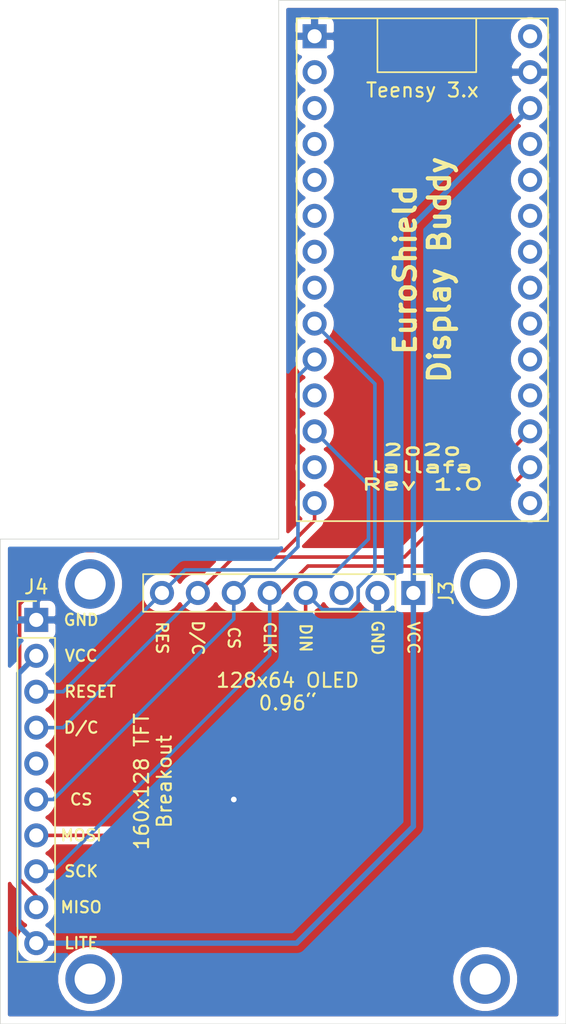
<source format=kicad_pcb>
(kicad_pcb (version 20171130) (host pcbnew "(5.1.5-0-10_14)")

  (general
    (thickness 1.6)
    (drawings 34)
    (tracks 58)
    (zones 0)
    (modules 8)
    (nets 30)
  )

  (page A4)
  (layers
    (0 F.Cu signal)
    (31 B.Cu signal)
    (32 B.Adhes user hide)
    (33 F.Adhes user hide)
    (34 B.Paste user hide)
    (35 F.Paste user hide)
    (36 B.SilkS user hide)
    (37 F.SilkS user)
    (38 B.Mask user hide)
    (39 F.Mask user hide)
    (40 Dwgs.User user hide)
    (41 Cmts.User user hide)
    (42 Eco1.User user hide)
    (43 Eco2.User user hide)
    (44 Edge.Cuts user)
    (45 Margin user hide)
    (46 B.CrtYd user hide)
    (47 F.CrtYd user hide)
    (48 B.Fab user hide)
    (49 F.Fab user hide)
  )

  (setup
    (last_trace_width 0.254)
    (user_trace_width 0.254)
    (user_trace_width 0.381)
    (trace_clearance 0.2)
    (zone_clearance 0.508)
    (zone_45_only no)
    (trace_min 0.2)
    (via_size 0.8)
    (via_drill 0.4)
    (via_min_size 0.4)
    (via_min_drill 0.3)
    (uvia_size 0.3)
    (uvia_drill 0.1)
    (uvias_allowed no)
    (uvia_min_size 0.2)
    (uvia_min_drill 0.1)
    (edge_width 0.05)
    (segment_width 0.2)
    (pcb_text_width 0.3)
    (pcb_text_size 1.5 1.5)
    (mod_edge_width 0.12)
    (mod_text_size 1 1)
    (mod_text_width 0.15)
    (pad_size 3.5 3.5)
    (pad_drill 2.2)
    (pad_to_mask_clearance 0.051)
    (solder_mask_min_width 0.25)
    (aux_axis_origin 0 0)
    (visible_elements FFFFFF7F)
    (pcbplotparams
      (layerselection 0x010fc_ffffffff)
      (usegerberextensions false)
      (usegerberattributes false)
      (usegerberadvancedattributes false)
      (creategerberjobfile false)
      (excludeedgelayer true)
      (linewidth 0.100000)
      (plotframeref false)
      (viasonmask false)
      (mode 1)
      (useauxorigin false)
      (hpglpennumber 1)
      (hpglpenspeed 20)
      (hpglpendiameter 15.000000)
      (psnegative false)
      (psa4output false)
      (plotreference true)
      (plotvalue true)
      (plotinvisibletext false)
      (padsonsilk false)
      (subtractmaskfromsilk false)
      (outputformat 1)
      (mirror false)
      (drillshape 0)
      (scaleselection 1)
      (outputdirectory "gerber/"))
  )

  (net 0 "")
  (net 1 /MISO)
  (net 2 /MCLK)
  (net 3 /CS)
  (net 4 /BCLK)
  (net 5 /DSP_RST)
  (net 6 /MOSI)
  (net 7 /LED4)
  (net 8 /LED3)
  (net 9 /LED2)
  (net 10 /LED1)
  (net 11 /BUTTON)
  (net 12 /MIDI_OUT)
  (net 13 /MIDI_IN)
  (net 14 /DOUT)
  (net 15 /SCK)
  (net 16 /DSP_C_S)
  (net 17 /ENC_B)
  (net 18 /ENC_A)
  (net 19 /SDA)
  (net 20 /SCL)
  (net 21 /UP_POT)
  (net 22 /LO_POT)
  (net 23 /DIN)
  (net 24 /LRCLK)
  (net 25 /3.3V)
  (net 26 /VIN)
  (net 27 GND)
  (net 28 "Net-(J3-Pad3)")
  (net 29 "Net-(J4-Pad5)")

  (net_class Default "Dies ist die voreingestellte Netzklasse."
    (clearance 0.2)
    (trace_width 0.25)
    (via_dia 0.8)
    (via_drill 0.4)
    (uvia_dia 0.3)
    (uvia_drill 0.1)
    (add_net /3.3V)
    (add_net /BCLK)
    (add_net /BUTTON)
    (add_net /CS)
    (add_net /DIN)
    (add_net /DOUT)
    (add_net /DSP_C_S)
    (add_net /DSP_RST)
    (add_net /ENC_A)
    (add_net /ENC_B)
    (add_net /LED1)
    (add_net /LED2)
    (add_net /LED3)
    (add_net /LED4)
    (add_net /LO_POT)
    (add_net /LRCLK)
    (add_net /MCLK)
    (add_net /MIDI_IN)
    (add_net /MIDI_OUT)
    (add_net /MISO)
    (add_net /MOSI)
    (add_net /SCK)
    (add_net /SCL)
    (add_net /SDA)
    (add_net /UP_POT)
    (add_net /VIN)
    (add_net GND)
    (add_net "Net-(J3-Pad3)")
    (add_net "Net-(J4-Pad5)")
  )

  (module Connector_PinHeader_2.54mm:PinHeader_1x14_P2.54mm_Vertical_NoSilk (layer F.Cu) (tedit 5F5D18D8) (tstamp 5F5F7A49)
    (at 134.62 71.12)
    (descr "Through hole straight pin header, 1x14, 2.54mm pitch, single row")
    (tags "Through hole pin header THT 1x14 2.54mm single row")
    (path /5F5FF9D8)
    (fp_text reference J1 (at 0 -2.33) (layer F.SilkS) hide
      (effects (font (size 1 1) (thickness 0.15)))
    )
    (fp_text value T3_Left (at 0 35.35) (layer F.Fab) hide
      (effects (font (size 1 1) (thickness 0.15)))
    )
    (fp_line (start -0.635 -1.27) (end 1.27 -1.27) (layer F.Fab) (width 0.1))
    (fp_line (start 1.27 -1.27) (end 1.27 34.29) (layer F.Fab) (width 0.1))
    (fp_line (start 1.27 34.29) (end -1.27 34.29) (layer F.Fab) (width 0.1))
    (fp_line (start -1.27 34.29) (end -1.27 -0.635) (layer F.Fab) (width 0.1))
    (fp_line (start -1.27 -0.635) (end -0.635 -1.27) (layer F.Fab) (width 0.1))
    (fp_line (start -1.8 -1.8) (end -1.8 34.8) (layer F.CrtYd) (width 0.05))
    (fp_line (start -1.8 34.8) (end 1.8 34.8) (layer F.CrtYd) (width 0.05))
    (fp_line (start 1.8 34.8) (end 1.8 -1.8) (layer F.CrtYd) (width 0.05))
    (fp_line (start 1.8 -1.8) (end -1.8 -1.8) (layer F.CrtYd) (width 0.05))
    (fp_text user %R (at 0 16.51 90) (layer F.Fab)
      (effects (font (size 1 1) (thickness 0.15)))
    )
    (pad 1 thru_hole rect (at 0 0) (size 1.7 1.7) (drill 1) (layers *.Cu *.Mask)
      (net 27 GND))
    (pad 2 thru_hole oval (at 0 2.54) (size 1.7 1.7) (drill 1) (layers *.Cu *.Mask)
      (net 13 /MIDI_IN))
    (pad 3 thru_hole oval (at 0 5.08) (size 1.7 1.7) (drill 1) (layers *.Cu *.Mask)
      (net 12 /MIDI_OUT))
    (pad 4 thru_hole oval (at 0 7.62) (size 1.7 1.7) (drill 1) (layers *.Cu *.Mask)
      (net 11 /BUTTON))
    (pad 5 thru_hole oval (at 0 10.16) (size 1.7 1.7) (drill 1) (layers *.Cu *.Mask)
      (net 10 /LED1))
    (pad 6 thru_hole oval (at 0 12.7) (size 1.7 1.7) (drill 1) (layers *.Cu *.Mask)
      (net 9 /LED2))
    (pad 7 thru_hole oval (at 0 15.24) (size 1.7 1.7) (drill 1) (layers *.Cu *.Mask)
      (net 8 /LED3))
    (pad 8 thru_hole oval (at 0 17.78) (size 1.7 1.7) (drill 1) (layers *.Cu *.Mask)
      (net 7 /LED4))
    (pad 9 thru_hole oval (at 0 20.32) (size 1.7 1.7) (drill 1) (layers *.Cu *.Mask)
      (net 6 /MOSI))
    (pad 10 thru_hole oval (at 0 22.86) (size 1.7 1.7) (drill 1) (layers *.Cu *.Mask)
      (net 5 /DSP_RST))
    (pad 11 thru_hole oval (at 0 25.4) (size 1.7 1.7) (drill 1) (layers *.Cu *.Mask)
      (net 4 /BCLK))
    (pad 12 thru_hole oval (at 0 27.94) (size 1.7 1.7) (drill 1) (layers *.Cu *.Mask)
      (net 3 /CS))
    (pad 13 thru_hole oval (at 0 30.48) (size 1.7 1.7) (drill 1) (layers *.Cu *.Mask)
      (net 2 /MCLK))
    (pad 14 thru_hole oval (at 0 33.02) (size 1.7 1.7) (drill 1) (layers *.Cu *.Mask)
      (net 1 /MISO))
    (model ${KISYS3DMOD}/Connector_PinHeader_2.54mm.3dshapes/PinHeader_1x14_P2.54mm_Vertical.wrl
      (at (xyz 0 0 0))
      (scale (xyz 1 1 1))
      (rotate (xyz 0 0 0))
    )
  )

  (module Connector_PinHeader_2.54mm:PinHeader_1x10_P2.54mm_Vertical (layer F.Cu) (tedit 59FED5CC) (tstamp 5F6F9E92)
    (at 114.935 112.395)
    (descr "Through hole straight pin header, 1x10, 2.54mm pitch, single row")
    (tags "Through hole pin header THT 1x10 2.54mm single row")
    (path /5F6FD99A)
    (fp_text reference J4 (at 0 -2.33) (layer F.SilkS)
      (effects (font (size 1 1) (thickness 0.15)))
    )
    (fp_text value TFT (at 0 25.19) (layer F.Fab)
      (effects (font (size 1 1) (thickness 0.15)))
    )
    (fp_text user %R (at 0 11.43 90) (layer F.Fab)
      (effects (font (size 1 1) (thickness 0.15)))
    )
    (fp_line (start 1.8 -1.8) (end -1.8 -1.8) (layer F.CrtYd) (width 0.05))
    (fp_line (start 1.8 24.65) (end 1.8 -1.8) (layer F.CrtYd) (width 0.05))
    (fp_line (start -1.8 24.65) (end 1.8 24.65) (layer F.CrtYd) (width 0.05))
    (fp_line (start -1.8 -1.8) (end -1.8 24.65) (layer F.CrtYd) (width 0.05))
    (fp_line (start -1.33 -1.33) (end 0 -1.33) (layer F.SilkS) (width 0.12))
    (fp_line (start -1.33 0) (end -1.33 -1.33) (layer F.SilkS) (width 0.12))
    (fp_line (start -1.33 1.27) (end 1.33 1.27) (layer F.SilkS) (width 0.12))
    (fp_line (start 1.33 1.27) (end 1.33 24.19) (layer F.SilkS) (width 0.12))
    (fp_line (start -1.33 1.27) (end -1.33 24.19) (layer F.SilkS) (width 0.12))
    (fp_line (start -1.33 24.19) (end 1.33 24.19) (layer F.SilkS) (width 0.12))
    (fp_line (start -1.27 -0.635) (end -0.635 -1.27) (layer F.Fab) (width 0.1))
    (fp_line (start -1.27 24.13) (end -1.27 -0.635) (layer F.Fab) (width 0.1))
    (fp_line (start 1.27 24.13) (end -1.27 24.13) (layer F.Fab) (width 0.1))
    (fp_line (start 1.27 -1.27) (end 1.27 24.13) (layer F.Fab) (width 0.1))
    (fp_line (start -0.635 -1.27) (end 1.27 -1.27) (layer F.Fab) (width 0.1))
    (pad 10 thru_hole oval (at 0 22.86) (size 1.7 1.7) (drill 1) (layers *.Cu *.Mask)
      (net 25 /3.3V))
    (pad 9 thru_hole oval (at 0 20.32) (size 1.7 1.7) (drill 1) (layers *.Cu *.Mask)
      (net 1 /MISO))
    (pad 8 thru_hole oval (at 0 17.78) (size 1.7 1.7) (drill 1) (layers *.Cu *.Mask)
      (net 15 /SCK))
    (pad 7 thru_hole oval (at 0 15.24) (size 1.7 1.7) (drill 1) (layers *.Cu *.Mask)
      (net 6 /MOSI))
    (pad 6 thru_hole oval (at 0 12.7) (size 1.7 1.7) (drill 1) (layers *.Cu *.Mask)
      (net 3 /CS))
    (pad 5 thru_hole oval (at 0 10.16) (size 1.7 1.7) (drill 1) (layers *.Cu *.Mask)
      (net 29 "Net-(J4-Pad5)"))
    (pad 4 thru_hole oval (at 0 7.62) (size 1.7 1.7) (drill 1) (layers *.Cu *.Mask)
      (net 16 /DSP_C_S))
    (pad 3 thru_hole oval (at 0 5.08) (size 1.7 1.7) (drill 1) (layers *.Cu *.Mask)
      (net 5 /DSP_RST))
    (pad 2 thru_hole oval (at 0 2.54) (size 1.7 1.7) (drill 1) (layers *.Cu *.Mask)
      (net 25 /3.3V))
    (pad 1 thru_hole rect (at 0 0) (size 1.7 1.7) (drill 1) (layers *.Cu *.Mask)
      (net 27 GND))
    (model ${KISYS3DMOD}/Connector_PinHeader_2.54mm.3dshapes/PinHeader_1x10_P2.54mm_Vertical.wrl
      (at (xyz 0 0 0))
      (scale (xyz 1 1 1))
      (rotate (xyz 0 0 0))
    )
  )

  (module MountingHole:MountingHole_2.2mm_M2_ISO7380_Pad (layer F.Cu) (tedit 56D1B4CB) (tstamp 5F70C919)
    (at 146.685 137.795)
    (descr "Mounting Hole 2.2mm, M2, ISO7380")
    (tags "mounting hole 2.2mm m2 iso7380")
    (attr virtual)
    (fp_text reference REF** (at 0 -2.75) (layer F.SilkS) hide
      (effects (font (size 1 1) (thickness 0.15)))
    )
    (fp_text value MountingHole_2.2mm_M2_ISO7380_Pad (at 0 2.75) (layer F.Fab)
      (effects (font (size 1 1) (thickness 0.15)))
    )
    (fp_circle (center 0 0) (end 2 0) (layer F.CrtYd) (width 0.05))
    (fp_circle (center 0 0) (end 1.75 0) (layer Cmts.User) (width 0.15))
    (fp_text user %R (at 0.3 0) (layer F.Fab)
      (effects (font (size 1 1) (thickness 0.15)))
    )
    (pad 1 thru_hole circle (at 0 0) (size 3.5 3.5) (drill 2.2) (layers *.Cu *.Mask))
  )

  (module MountingHole:MountingHole_2.2mm_M2_ISO7380_Pad (layer F.Cu) (tedit 56D1B4CB) (tstamp 5F70C8F5)
    (at 146.685 109.855)
    (descr "Mounting Hole 2.2mm, M2, ISO7380")
    (tags "mounting hole 2.2mm m2 iso7380")
    (attr virtual)
    (fp_text reference REF** (at 0 -2.75) (layer F.SilkS) hide
      (effects (font (size 1 1) (thickness 0.15)))
    )
    (fp_text value MountingHole_2.2mm_M2_ISO7380_Pad (at 0 2.75) (layer F.Fab)
      (effects (font (size 1 1) (thickness 0.15)))
    )
    (fp_circle (center 0 0) (end 2 0) (layer F.CrtYd) (width 0.05))
    (fp_circle (center 0 0) (end 1.75 0) (layer Cmts.User) (width 0.15))
    (fp_text user %R (at 0.3 0) (layer F.Fab)
      (effects (font (size 1 1) (thickness 0.15)))
    )
    (pad 1 thru_hole circle (at 0 0) (size 3.5 3.5) (drill 2.2) (layers *.Cu *.Mask))
  )

  (module MountingHole:MountingHole_2.2mm_M2_ISO7380_Pad (layer F.Cu) (tedit 56D1B4CB) (tstamp 5F70C88D)
    (at 118.745 137.795)
    (descr "Mounting Hole 2.2mm, M2, ISO7380")
    (tags "mounting hole 2.2mm m2 iso7380")
    (attr virtual)
    (fp_text reference REF** (at 0 -2.75) (layer F.SilkS) hide
      (effects (font (size 1 1) (thickness 0.15)))
    )
    (fp_text value MountingHole_2.2mm_M2_ISO7380_Pad (at 0 2.75) (layer F.Fab)
      (effects (font (size 1 1) (thickness 0.15)))
    )
    (fp_circle (center 0 0) (end 2 0) (layer F.CrtYd) (width 0.05))
    (fp_circle (center 0 0) (end 1.75 0) (layer Cmts.User) (width 0.15))
    (fp_text user %R (at 0.3 0) (layer F.Fab)
      (effects (font (size 1 1) (thickness 0.15)))
    )
    (pad 1 thru_hole circle (at 0 0) (size 3.5 3.5) (drill 2.2) (layers *.Cu *.Mask))
  )

  (module MountingHole:MountingHole_2.2mm_M2_ISO7380_Pad (layer F.Cu) (tedit 5F6FA2F3) (tstamp 5F70C869)
    (at 118.745 109.855)
    (descr "Mounting Hole 2.2mm, M2, ISO7380")
    (tags "mounting hole 2.2mm m2 iso7380")
    (attr virtual)
    (fp_text reference REF** (at 0 -2.75) (layer F.SilkS) hide
      (effects (font (size 1 1) (thickness 0.15)))
    )
    (fp_text value MountingHole_2.2mm_M2_ISO7380_Pad (at 0 2.75) (layer F.Fab)
      (effects (font (size 1 1) (thickness 0.15)))
    )
    (fp_circle (center 0 0) (end 2 0) (layer F.CrtYd) (width 0.05))
    (fp_circle (center 0 0) (end 1.75 0) (layer Cmts.User) (width 0.15))
    (fp_text user %R (at 0.3 0) (layer F.Fab)
      (effects (font (size 1 1) (thickness 0.15)))
    )
    (pad 1 thru_hole circle (at 0 0) (size 3.5 3.5) (drill 2.2) (layers *.Cu *.Mask))
  )

  (module Connector_PinHeader_2.54mm:PinHeader_1x08_P2.54mm_Vertical (layer F.Cu) (tedit 59FED5CC) (tstamp 5F6F9E74)
    (at 141.605 110.49 270)
    (descr "Through hole straight pin header, 1x08, 2.54mm pitch, single row")
    (tags "Through hole pin header THT 1x08 2.54mm single row")
    (path /5F6FC656)
    (fp_text reference J3 (at 0 -2.33 90) (layer F.SilkS)
      (effects (font (size 1 1) (thickness 0.15)))
    )
    (fp_text value OLED (at 0 20.11 90) (layer F.Fab)
      (effects (font (size 1 1) (thickness 0.15)))
    )
    (fp_text user %R (at 0 8.89) (layer F.Fab)
      (effects (font (size 1 1) (thickness 0.15)))
    )
    (fp_line (start 1.8 -1.8) (end -1.8 -1.8) (layer F.CrtYd) (width 0.05))
    (fp_line (start 1.8 19.55) (end 1.8 -1.8) (layer F.CrtYd) (width 0.05))
    (fp_line (start -1.8 19.55) (end 1.8 19.55) (layer F.CrtYd) (width 0.05))
    (fp_line (start -1.8 -1.8) (end -1.8 19.55) (layer F.CrtYd) (width 0.05))
    (fp_line (start -1.33 -1.33) (end 0 -1.33) (layer F.SilkS) (width 0.12))
    (fp_line (start -1.33 0) (end -1.33 -1.33) (layer F.SilkS) (width 0.12))
    (fp_line (start -1.33 1.27) (end 1.33 1.27) (layer F.SilkS) (width 0.12))
    (fp_line (start 1.33 1.27) (end 1.33 19.11) (layer F.SilkS) (width 0.12))
    (fp_line (start -1.33 1.27) (end -1.33 19.11) (layer F.SilkS) (width 0.12))
    (fp_line (start -1.33 19.11) (end 1.33 19.11) (layer F.SilkS) (width 0.12))
    (fp_line (start -1.27 -0.635) (end -0.635 -1.27) (layer F.Fab) (width 0.1))
    (fp_line (start -1.27 19.05) (end -1.27 -0.635) (layer F.Fab) (width 0.1))
    (fp_line (start 1.27 19.05) (end -1.27 19.05) (layer F.Fab) (width 0.1))
    (fp_line (start 1.27 -1.27) (end 1.27 19.05) (layer F.Fab) (width 0.1))
    (fp_line (start -0.635 -1.27) (end 1.27 -1.27) (layer F.Fab) (width 0.1))
    (pad 8 thru_hole oval (at 0 17.78 270) (size 1.7 1.7) (drill 1) (layers *.Cu *.Mask)
      (net 5 /DSP_RST))
    (pad 7 thru_hole oval (at 0 15.24 270) (size 1.7 1.7) (drill 1) (layers *.Cu *.Mask)
      (net 16 /DSP_C_S))
    (pad 6 thru_hole oval (at 0 12.7 270) (size 1.7 1.7) (drill 1) (layers *.Cu *.Mask)
      (net 3 /CS))
    (pad 5 thru_hole oval (at 0 10.16 270) (size 1.7 1.7) (drill 1) (layers *.Cu *.Mask)
      (net 15 /SCK))
    (pad 4 thru_hole oval (at 0 7.62 270) (size 1.7 1.7) (drill 1) (layers *.Cu *.Mask)
      (net 6 /MOSI))
    (pad 3 thru_hole oval (at 0 5.08 270) (size 1.7 1.7) (drill 1) (layers *.Cu *.Mask)
      (net 28 "Net-(J3-Pad3)"))
    (pad 2 thru_hole oval (at 0 2.54 270) (size 1.7 1.7) (drill 1) (layers *.Cu *.Mask)
      (net 27 GND))
    (pad 1 thru_hole rect (at 0 0 270) (size 1.7 1.7) (drill 1) (layers *.Cu *.Mask)
      (net 25 /3.3V))
    (model ${KISYS3DMOD}/Connector_PinHeader_2.54mm.3dshapes/PinHeader_1x08_P2.54mm_Vertical.wrl
      (at (xyz 0 0 0))
      (scale (xyz 1 1 1))
      (rotate (xyz 0 0 0))
    )
  )

  (module Connector_PinHeader_2.54mm:PinHeader_1x14_P2.54mm_Vertical_NoSilk_NoPin1 (layer F.Cu) (tedit 5F5D18B6) (tstamp 5F5F7A6B)
    (at 149.86 71.12)
    (descr "Through hole straight pin header, 1x14, 2.54mm pitch, single row")
    (tags "Through hole pin header THT 1x14 2.54mm single row")
    (path /5F601FF7)
    (fp_text reference J2 (at 0 -2.33) (layer F.SilkS) hide
      (effects (font (size 1 1) (thickness 0.15)))
    )
    (fp_text value T3_Right (at 0 35.35) (layer F.Fab)
      (effects (font (size 1 1) (thickness 0.15)))
    )
    (fp_text user %R (at 0 16.51 90) (layer F.Fab)
      (effects (font (size 1 1) (thickness 0.15)))
    )
    (fp_line (start 1.8 -1.8) (end -1.8 -1.8) (layer F.CrtYd) (width 0.05))
    (fp_line (start 1.8 34.8) (end 1.8 -1.8) (layer F.CrtYd) (width 0.05))
    (fp_line (start -1.8 34.8) (end 1.8 34.8) (layer F.CrtYd) (width 0.05))
    (fp_line (start -1.8 -1.8) (end -1.8 34.8) (layer F.CrtYd) (width 0.05))
    (fp_line (start -1.27 -0.635) (end -0.635 -1.27) (layer F.Fab) (width 0.1))
    (fp_line (start -1.27 34.29) (end -1.27 -0.635) (layer F.Fab) (width 0.1))
    (fp_line (start 1.27 34.29) (end -1.27 34.29) (layer F.Fab) (width 0.1))
    (fp_line (start 1.27 -1.27) (end 1.27 34.29) (layer F.Fab) (width 0.1))
    (fp_line (start -0.635 -1.27) (end 1.27 -1.27) (layer F.Fab) (width 0.1))
    (pad 14 thru_hole oval (at 0 33.02) (size 1.7 1.7) (drill 1) (layers *.Cu *.Mask)
      (net 14 /DOUT))
    (pad 13 thru_hole oval (at 0 30.48) (size 1.7 1.7) (drill 1) (layers *.Cu *.Mask)
      (net 15 /SCK))
    (pad 12 thru_hole oval (at 0 27.94) (size 1.7 1.7) (drill 1) (layers *.Cu *.Mask)
      (net 16 /DSP_C_S))
    (pad 11 thru_hole oval (at 0 25.4) (size 1.7 1.7) (drill 1) (layers *.Cu *.Mask)
      (net 17 /ENC_B))
    (pad 10 thru_hole oval (at 0 22.86) (size 1.7 1.7) (drill 1) (layers *.Cu *.Mask)
      (net 18 /ENC_A))
    (pad 9 thru_hole oval (at 0 20.32) (size 1.7 1.7) (drill 1) (layers *.Cu *.Mask)
      (net 19 /SDA))
    (pad 8 thru_hole oval (at 0 17.78) (size 1.7 1.7) (drill 1) (layers *.Cu *.Mask)
      (net 20 /SCL))
    (pad 7 thru_hole oval (at 0 15.24) (size 1.7 1.7) (drill 1) (layers *.Cu *.Mask)
      (net 21 /UP_POT))
    (pad 6 thru_hole oval (at 0 12.7) (size 1.7 1.7) (drill 1) (layers *.Cu *.Mask)
      (net 22 /LO_POT))
    (pad 5 thru_hole oval (at 0 10.16) (size 1.7 1.7) (drill 1) (layers *.Cu *.Mask)
      (net 23 /DIN))
    (pad 4 thru_hole oval (at 0 7.62) (size 1.7 1.7) (drill 1) (layers *.Cu *.Mask)
      (net 24 /LRCLK))
    (pad 3 thru_hole oval (at 0 5.08) (size 1.7 1.7) (drill 1) (layers *.Cu *.Mask)
      (net 25 /3.3V))
    (pad 2 thru_hole oval (at 0 2.54) (size 1.7 1.7) (drill 1) (layers *.Cu *.Mask)
      (net 27 GND))
    (pad 1 thru_hole oval (at 0 0) (size 1.7 1.7) (drill 1) (layers *.Cu *.Mask)
      (net 26 /VIN))
    (model ${KISYS3DMOD}/Connector_PinHeader_2.54mm.3dshapes/PinHeader_1x14_P2.54mm_Vertical.wrl
      (at (xyz 0 0 0))
      (scale (xyz 1 1 1))
      (rotate (xyz 0 0 0))
    )
  )

  (gr_text LITE (at 118.11 135.255) (layer F.SilkS)
    (effects (font (size 0.8 0.8) (thickness 0.15)))
  )
  (gr_text MISO (at 118.11 132.715) (layer F.SilkS)
    (effects (font (size 0.8 0.8) (thickness 0.15)))
  )
  (gr_text SCK (at 118.11 130.175) (layer F.SilkS)
    (effects (font (size 0.8 0.8) (thickness 0.15)))
  )
  (gr_text MOSI (at 118.11 127.635) (layer F.SilkS)
    (effects (font (size 0.8 0.8) (thickness 0.15)))
  )
  (gr_text CS (at 118.11 125.095) (layer F.SilkS)
    (effects (font (size 0.8 0.8) (thickness 0.15)))
  )
  (gr_text D/C (at 118.11 120.015) (layer F.SilkS)
    (effects (font (size 0.8 0.8) (thickness 0.15)))
  )
  (gr_text RESET (at 118.745 117.475) (layer F.SilkS)
    (effects (font (size 0.8 0.8) (thickness 0.15)))
  )
  (gr_text VCC (at 118.11 114.935) (layer F.SilkS)
    (effects (font (size 0.8 0.8) (thickness 0.15)))
  )
  (gr_text GND (at 118.11 112.395) (layer F.SilkS)
    (effects (font (size 0.8 0.8) (thickness 0.15)))
  )
  (gr_text RES (at 123.825 113.665 270) (layer F.SilkS)
    (effects (font (size 0.8 0.8) (thickness 0.15)))
  )
  (gr_text D/C (at 126.365 113.665 270) (layer F.SilkS)
    (effects (font (size 0.8 0.8) (thickness 0.15)))
  )
  (gr_text CS (at 128.905 113.665 270) (layer F.SilkS)
    (effects (font (size 0.8 0.8) (thickness 0.15)))
  )
  (gr_text CLK (at 131.445 113.665 270) (layer F.SilkS)
    (effects (font (size 0.8 0.8) (thickness 0.15)))
  )
  (gr_text DIN (at 133.985 113.665 270) (layer F.SilkS)
    (effects (font (size 0.8 0.8) (thickness 0.15)))
  )
  (gr_text GND (at 139.065 113.665 270) (layer F.SilkS)
    (effects (font (size 0.8 0.8) (thickness 0.15)))
  )
  (gr_text VCC (at 141.605 113.665 270) (layer F.SilkS)
    (effects (font (size 0.8 0.8) (thickness 0.15)))
  )
  (gr_text "160x128 TFT\nBreakout" (at 123.19 123.825 90) (layer F.SilkS)
    (effects (font (size 1 1) (thickness 0.15)))
  )
  (gr_text "128x64 OLED\n0.96“" (at 132.715 117.475) (layer F.SilkS)
    (effects (font (size 1 1) (thickness 0.15)))
  )
  (gr_line (start 112.395 140.97) (end 112.395 106.68) (layer Edge.Cuts) (width 0.05))
  (gr_line (start 152.4 140.97) (end 112.395 140.97) (layer Edge.Cuts) (width 0.05))
  (gr_text "EuroShield\nDisplay Buddy" (at 142.24 87.63 90) (layer F.SilkS)
    (effects (font (size 1.5 1.5) (thickness 0.3)))
  )
  (gr_text "2o2o\nlallafa\nRev 1.0" (at 142.24 101.6) (layer F.SilkS)
    (effects (font (size 0.762 1.5) (thickness 0.1905)))
  )
  (gr_text "Teensy 3.x\n" (at 142.24 74.93) (layer F.SilkS)
    (effects (font (size 1 1) (thickness 0.15)))
  )
  (gr_line (start 146.05 73.66) (end 146.05 69.85) (layer F.SilkS) (width 0.12))
  (gr_line (start 139.065 73.66) (end 146.05 73.66) (layer F.SilkS) (width 0.12))
  (gr_line (start 139.065 69.85) (end 139.065 73.66) (layer F.SilkS) (width 0.12))
  (gr_line (start 133.35 105.41) (end 133.35 69.85) (layer F.SilkS) (width 0.12) (tstamp 5F65406F))
  (gr_line (start 151.13 105.41) (end 133.35 105.41) (layer F.SilkS) (width 0.12))
  (gr_line (start 151.13 69.85) (end 151.13 105.41) (layer F.SilkS) (width 0.12))
  (gr_line (start 133.35 69.85) (end 151.13 69.85) (layer F.SilkS) (width 0.12) (tstamp 5F653CD7))
  (gr_line (start 132.08 106.68) (end 132.08 68.58) (angle 90) (layer Edge.Cuts) (width 0.05))
  (gr_line (start 132.08 106.68) (end 112.395 106.68) (angle 90) (layer Edge.Cuts) (width 0.05))
  (gr_line (start 152.4 68.58) (end 152.4 140.97) (angle 90) (layer Edge.Cuts) (width 0.05))
  (gr_line (start 132.08 68.58) (end 152.4 68.58) (angle 90) (layer Edge.Cuts) (width 0.05))

  (segment (start 113.757999 130.739961) (end 113.757999 111.283399) (width 0.254) (layer F.Cu) (net 1))
  (segment (start 114.935 131.916962) (end 113.757999 130.739961) (width 0.254) (layer F.Cu) (net 1))
  (segment (start 113.757999 111.283399) (end 117.545408 107.49599) (width 0.254) (layer F.Cu) (net 1))
  (segment (start 114.935 132.715) (end 114.935 131.916962) (width 0.254) (layer F.Cu) (net 1))
  (segment (start 134.62 105.342081) (end 134.62 104.14) (width 0.254) (layer F.Cu) (net 1))
  (segment (start 132.466091 107.49599) (end 134.62 105.342081) (width 0.254) (layer F.Cu) (net 1))
  (segment (start 117.545408 107.49599) (end 132.466091 107.49599) (width 0.254) (layer F.Cu) (net 1))
  (segment (start 128.905 111.692081) (end 128.905 110.49) (width 0.254) (layer B.Cu) (net 3))
  (segment (start 128.905 112.327081) (end 128.905 111.692081) (width 0.254) (layer B.Cu) (net 3))
  (segment (start 116.137081 125.095) (end 128.905 112.327081) (width 0.254) (layer B.Cu) (net 3))
  (segment (start 114.935 125.095) (end 116.137081 125.095) (width 0.254) (layer B.Cu) (net 3))
  (segment (start 130.082001 109.312999) (end 135.797001 109.312999) (width 0.254) (layer B.Cu) (net 3))
  (segment (start 128.905 110.49) (end 130.082001 109.312999) (width 0.254) (layer B.Cu) (net 3))
  (segment (start 135.797001 109.312999) (end 138.43 106.68) (width 0.254) (layer B.Cu) (net 3))
  (segment (start 138.43 102.87) (end 134.62 99.06) (width 0.254) (layer B.Cu) (net 3))
  (segment (start 138.43 106.68) (end 138.43 102.87) (width 0.254) (layer B.Cu) (net 3))
  (segment (start 116.84 117.475) (end 123.825 110.49) (width 0.254) (layer B.Cu) (net 5))
  (segment (start 114.935 117.475) (end 116.84 117.475) (width 0.254) (layer B.Cu) (net 5))
  (segment (start 125.456011 108.858989) (end 131.806011 108.858989) (width 0.254) (layer B.Cu) (net 5))
  (segment (start 123.825 110.49) (end 125.456011 108.858989) (width 0.254) (layer B.Cu) (net 5))
  (segment (start 133.770001 94.829999) (end 134.62 93.98) (width 0.254) (layer B.Cu) (net 5))
  (segment (start 133.442999 95.157001) (end 133.770001 94.829999) (width 0.254) (layer B.Cu) (net 5))
  (segment (start 133.442999 107.222001) (end 133.442999 95.157001) (width 0.254) (layer B.Cu) (net 5))
  (segment (start 131.806011 108.858989) (end 133.442999 107.222001) (width 0.254) (layer B.Cu) (net 5))
  (segment (start 134.834999 111.339999) (end 133.985 110.49) (width 0.254) (layer B.Cu) (net 6))
  (segment (start 135.162001 111.667001) (end 134.834999 111.339999) (width 0.254) (layer B.Cu) (net 6))
  (segment (start 137.089961 111.667001) (end 135.162001 111.667001) (width 0.254) (layer B.Cu) (net 6))
  (segment (start 137.702001 111.054961) (end 137.089961 111.667001) (width 0.254) (layer B.Cu) (net 6))
  (segment (start 137.702001 110.111037) (end 137.702001 111.054961) (width 0.254) (layer B.Cu) (net 6))
  (segment (start 138.88401 108.929028) (end 137.702001 110.111037) (width 0.254) (layer B.Cu) (net 6))
  (segment (start 138.88401 95.70401) (end 138.88401 108.929028) (width 0.254) (layer B.Cu) (net 6))
  (segment (start 134.62 91.44) (end 138.88401 95.70401) (width 0.254) (layer B.Cu) (net 6))
  (segment (start 133.985 110.49) (end 133.985 125.73) (width 0.254) (layer F.Cu) (net 6))
  (segment (start 132.08 127.635) (end 114.935 127.635) (width 0.254) (layer F.Cu) (net 6))
  (segment (start 133.985 125.73) (end 132.08 127.635) (width 0.254) (layer F.Cu) (net 6))
  (segment (start 131.445 111.692081) (end 131.445 110.49) (width 0.254) (layer B.Cu) (net 15))
  (segment (start 131.445 114.867081) (end 131.445 111.692081) (width 0.254) (layer B.Cu) (net 15))
  (segment (start 116.137081 130.175) (end 131.445 114.867081) (width 0.254) (layer B.Cu) (net 15))
  (segment (start 114.935 130.175) (end 116.137081 130.175) (width 0.254) (layer B.Cu) (net 15))
  (segment (start 132.243038 110.49) (end 134.148038 108.585) (width 0.254) (layer F.Cu) (net 15))
  (segment (start 131.445 110.49) (end 132.243038 110.49) (width 0.254) (layer F.Cu) (net 15))
  (segment (start 142.875 108.585) (end 149.86 101.6) (width 0.254) (layer F.Cu) (net 15))
  (segment (start 134.148038 108.585) (end 142.875 108.585) (width 0.254) (layer F.Cu) (net 15))
  (segment (start 116.84 120.015) (end 126.365 110.49) (width 0.254) (layer B.Cu) (net 16))
  (segment (start 114.935 120.015) (end 116.84 120.015) (width 0.254) (layer B.Cu) (net 16))
  (segment (start 126.365 110.49) (end 128.905 107.95) (width 0.254) (layer F.Cu) (net 16))
  (segment (start 128.905 107.95) (end 140.97 107.95) (width 0.254) (layer F.Cu) (net 16))
  (segment (start 140.97 107.95) (end 149.86 99.06) (width 0.254) (layer F.Cu) (net 16))
  (segment (start 141.605 84.455) (end 141.605 110.49) (width 0.381) (layer B.Cu) (net 25))
  (segment (start 149.86 76.2) (end 141.605 84.455) (width 0.381) (layer B.Cu) (net 25))
  (segment (start 141.605 110.49) (end 141.605 127) (width 0.381) (layer B.Cu) (net 25))
  (segment (start 133.35 135.255) (end 114.935 135.255) (width 0.381) (layer B.Cu) (net 25))
  (segment (start 141.605 127) (end 133.35 135.255) (width 0.381) (layer B.Cu) (net 25))
  (segment (start 114.085001 115.784999) (end 114.935 114.935) (width 0.381) (layer B.Cu) (net 25))
  (segment (start 113.694499 116.175501) (end 114.085001 115.784999) (width 0.381) (layer B.Cu) (net 25))
  (segment (start 113.694499 134.014499) (end 113.694499 116.175501) (width 0.381) (layer B.Cu) (net 25))
  (segment (start 114.935 135.255) (end 113.694499 134.014499) (width 0.381) (layer B.Cu) (net 25))
  (via (at 128.905 125.095) (size 0.8) (drill 0.4) (layers F.Cu B.Cu) (net 27))

  (zone (net 27) (net_name GND) (layer F.Cu) (tstamp 5F70CDA2) (hatch edge 0.508)
    (connect_pads (clearance 0.508))
    (min_thickness 0.254)
    (fill yes (arc_segments 32) (thermal_gap 0.508) (thermal_bridge_width 0.508))
    (polygon
      (pts
        (xy 152.4 140.97) (xy 112.395 140.97) (xy 112.395 106.68) (xy 132.08 106.68) (xy 132.08 68.58)
        (xy 152.4 68.58)
      )
    )
    (filled_polygon
      (pts
        (xy 151.740001 140.31) (xy 113.055 140.31) (xy 113.055 137.560098) (xy 116.36 137.560098) (xy 116.36 138.029902)
        (xy 116.451654 138.490679) (xy 116.63144 138.924721) (xy 116.89245 139.315349) (xy 117.224651 139.64755) (xy 117.615279 139.90856)
        (xy 118.049321 140.088346) (xy 118.510098 140.18) (xy 118.979902 140.18) (xy 119.440679 140.088346) (xy 119.874721 139.90856)
        (xy 120.265349 139.64755) (xy 120.59755 139.315349) (xy 120.85856 138.924721) (xy 121.038346 138.490679) (xy 121.13 138.029902)
        (xy 121.13 137.560098) (xy 144.3 137.560098) (xy 144.3 138.029902) (xy 144.391654 138.490679) (xy 144.57144 138.924721)
        (xy 144.83245 139.315349) (xy 145.164651 139.64755) (xy 145.555279 139.90856) (xy 145.989321 140.088346) (xy 146.450098 140.18)
        (xy 146.919902 140.18) (xy 147.380679 140.088346) (xy 147.814721 139.90856) (xy 148.205349 139.64755) (xy 148.53755 139.315349)
        (xy 148.79856 138.924721) (xy 148.978346 138.490679) (xy 149.07 138.029902) (xy 149.07 137.560098) (xy 148.978346 137.099321)
        (xy 148.79856 136.665279) (xy 148.53755 136.274651) (xy 148.205349 135.94245) (xy 147.814721 135.68144) (xy 147.380679 135.501654)
        (xy 146.919902 135.41) (xy 146.450098 135.41) (xy 145.989321 135.501654) (xy 145.555279 135.68144) (xy 145.164651 135.94245)
        (xy 144.83245 136.274651) (xy 144.57144 136.665279) (xy 144.391654 137.099321) (xy 144.3 137.560098) (xy 121.13 137.560098)
        (xy 121.038346 137.099321) (xy 120.85856 136.665279) (xy 120.59755 136.274651) (xy 120.265349 135.94245) (xy 119.874721 135.68144)
        (xy 119.440679 135.501654) (xy 118.979902 135.41) (xy 118.510098 135.41) (xy 118.049321 135.501654) (xy 117.615279 135.68144)
        (xy 117.224651 135.94245) (xy 116.89245 136.274651) (xy 116.63144 136.665279) (xy 116.451654 137.099321) (xy 116.36 137.560098)
        (xy 113.055 137.560098) (xy 113.055 131.041212) (xy 113.121354 131.165353) (xy 113.157634 131.20956) (xy 113.216577 131.281383)
        (xy 113.245653 131.305245) (xy 113.752386 131.811978) (xy 113.61901 132.011589) (xy 113.507068 132.281842) (xy 113.45 132.56874)
        (xy 113.45 132.86126) (xy 113.507068 133.148158) (xy 113.61901 133.418411) (xy 113.781525 133.661632) (xy 113.988368 133.868475)
        (xy 114.16276 133.985) (xy 113.988368 134.101525) (xy 113.781525 134.308368) (xy 113.61901 134.551589) (xy 113.507068 134.821842)
        (xy 113.45 135.10874) (xy 113.45 135.40126) (xy 113.507068 135.688158) (xy 113.61901 135.958411) (xy 113.781525 136.201632)
        (xy 113.988368 136.408475) (xy 114.231589 136.57099) (xy 114.501842 136.682932) (xy 114.78874 136.74) (xy 115.08126 136.74)
        (xy 115.368158 136.682932) (xy 115.638411 136.57099) (xy 115.881632 136.408475) (xy 116.088475 136.201632) (xy 116.25099 135.958411)
        (xy 116.362932 135.688158) (xy 116.42 135.40126) (xy 116.42 135.10874) (xy 116.362932 134.821842) (xy 116.25099 134.551589)
        (xy 116.088475 134.308368) (xy 115.881632 134.101525) (xy 115.70724 133.985) (xy 115.881632 133.868475) (xy 116.088475 133.661632)
        (xy 116.25099 133.418411) (xy 116.362932 133.148158) (xy 116.42 132.86126) (xy 116.42 132.56874) (xy 116.362932 132.281842)
        (xy 116.25099 132.011589) (xy 116.088475 131.768368) (xy 115.881632 131.561525) (xy 115.70724 131.445) (xy 115.881632 131.328475)
        (xy 116.088475 131.121632) (xy 116.25099 130.878411) (xy 116.362932 130.608158) (xy 116.42 130.32126) (xy 116.42 130.02874)
        (xy 116.362932 129.741842) (xy 116.25099 129.471589) (xy 116.088475 129.228368) (xy 115.881632 129.021525) (xy 115.70724 128.905)
        (xy 115.881632 128.788475) (xy 116.088475 128.581632) (xy 116.211842 128.397) (xy 132.042577 128.397) (xy 132.08 128.400686)
        (xy 132.117423 128.397) (xy 132.117426 128.397) (xy 132.229378 128.385974) (xy 132.373015 128.342402) (xy 132.505392 128.271645)
        (xy 132.621422 128.176422) (xy 132.645284 128.147346) (xy 134.497352 126.295279) (xy 134.526422 126.271422) (xy 134.579236 126.207068)
        (xy 134.621645 126.155393) (xy 134.692401 126.023016) (xy 134.692402 126.023015) (xy 134.735974 125.879378) (xy 134.747 125.767426)
        (xy 134.747 125.767423) (xy 134.750686 125.73) (xy 134.747 125.692577) (xy 134.747 111.766842) (xy 134.931632 111.643475)
        (xy 135.138475 111.436632) (xy 135.255 111.26224) (xy 135.371525 111.436632) (xy 135.578368 111.643475) (xy 135.821589 111.80599)
        (xy 136.091842 111.917932) (xy 136.37874 111.975) (xy 136.67126 111.975) (xy 136.958158 111.917932) (xy 137.228411 111.80599)
        (xy 137.471632 111.643475) (xy 137.678475 111.436632) (xy 137.800195 111.254466) (xy 137.869822 111.371355) (xy 138.064731 111.587588)
        (xy 138.29808 111.761641) (xy 138.560901 111.886825) (xy 138.70811 111.931476) (xy 138.938 111.810155) (xy 138.938 110.617)
        (xy 138.918 110.617) (xy 138.918 110.363) (xy 138.938 110.363) (xy 138.938 110.343) (xy 139.192 110.343)
        (xy 139.192 110.363) (xy 139.212 110.363) (xy 139.212 110.617) (xy 139.192 110.617) (xy 139.192 111.810155)
        (xy 139.42189 111.931476) (xy 139.569099 111.886825) (xy 139.83192 111.761641) (xy 140.065269 111.587588) (xy 140.141034 111.503534)
        (xy 140.165498 111.58418) (xy 140.224463 111.694494) (xy 140.303815 111.791185) (xy 140.400506 111.870537) (xy 140.51082 111.929502)
        (xy 140.630518 111.965812) (xy 140.755 111.978072) (xy 142.455 111.978072) (xy 142.579482 111.965812) (xy 142.69918 111.929502)
        (xy 142.809494 111.870537) (xy 142.906185 111.791185) (xy 142.985537 111.694494) (xy 143.044502 111.58418) (xy 143.080812 111.464482)
        (xy 143.093072 111.34) (xy 143.093072 109.64) (xy 143.091112 109.620098) (xy 144.3 109.620098) (xy 144.3 110.089902)
        (xy 144.391654 110.550679) (xy 144.57144 110.984721) (xy 144.83245 111.375349) (xy 145.164651 111.70755) (xy 145.555279 111.96856)
        (xy 145.989321 112.148346) (xy 146.450098 112.24) (xy 146.919902 112.24) (xy 147.380679 112.148346) (xy 147.814721 111.96856)
        (xy 148.205349 111.70755) (xy 148.53755 111.375349) (xy 148.79856 110.984721) (xy 148.978346 110.550679) (xy 149.07 110.089902)
        (xy 149.07 109.620098) (xy 148.978346 109.159321) (xy 148.79856 108.725279) (xy 148.53755 108.334651) (xy 148.205349 108.00245)
        (xy 147.814721 107.74144) (xy 147.380679 107.561654) (xy 146.919902 107.47) (xy 146.450098 107.47) (xy 145.989321 107.561654)
        (xy 145.555279 107.74144) (xy 145.164651 108.00245) (xy 144.83245 108.334651) (xy 144.57144 108.725279) (xy 144.391654 109.159321)
        (xy 144.3 109.620098) (xy 143.091112 109.620098) (xy 143.080812 109.515518) (xy 143.044502 109.39582) (xy 143.013107 109.337084)
        (xy 143.024378 109.335974) (xy 143.168015 109.292402) (xy 143.300392 109.221645) (xy 143.416422 109.126422) (xy 143.440284 109.097346)
        (xy 148.375 104.162631) (xy 148.375 104.28626) (xy 148.432068 104.573158) (xy 148.54401 104.843411) (xy 148.706525 105.086632)
        (xy 148.913368 105.293475) (xy 149.156589 105.45599) (xy 149.426842 105.567932) (xy 149.71374 105.625) (xy 150.00626 105.625)
        (xy 150.293158 105.567932) (xy 150.563411 105.45599) (xy 150.806632 105.293475) (xy 151.013475 105.086632) (xy 151.17599 104.843411)
        (xy 151.287932 104.573158) (xy 151.345 104.28626) (xy 151.345 103.99374) (xy 151.287932 103.706842) (xy 151.17599 103.436589)
        (xy 151.013475 103.193368) (xy 150.806632 102.986525) (xy 150.63224 102.87) (xy 150.806632 102.753475) (xy 151.013475 102.546632)
        (xy 151.17599 102.303411) (xy 151.287932 102.033158) (xy 151.345 101.74626) (xy 151.345 101.45374) (xy 151.287932 101.166842)
        (xy 151.17599 100.896589) (xy 151.013475 100.653368) (xy 150.806632 100.446525) (xy 150.63224 100.33) (xy 150.806632 100.213475)
        (xy 151.013475 100.006632) (xy 151.17599 99.763411) (xy 151.287932 99.493158) (xy 151.345 99.20626) (xy 151.345 98.91374)
        (xy 151.287932 98.626842) (xy 151.17599 98.356589) (xy 151.013475 98.113368) (xy 150.806632 97.906525) (xy 150.63224 97.79)
        (xy 150.806632 97.673475) (xy 151.013475 97.466632) (xy 151.17599 97.223411) (xy 151.287932 96.953158) (xy 151.345 96.66626)
        (xy 151.345 96.37374) (xy 151.287932 96.086842) (xy 151.17599 95.816589) (xy 151.013475 95.573368) (xy 150.806632 95.366525)
        (xy 150.63224 95.25) (xy 150.806632 95.133475) (xy 151.013475 94.926632) (xy 151.17599 94.683411) (xy 151.287932 94.413158)
        (xy 151.345 94.12626) (xy 151.345 93.83374) (xy 151.287932 93.546842) (xy 151.17599 93.276589) (xy 151.013475 93.033368)
        (xy 150.806632 92.826525) (xy 150.63224 92.71) (xy 150.806632 92.593475) (xy 151.013475 92.386632) (xy 151.17599 92.143411)
        (xy 151.287932 91.873158) (xy 151.345 91.58626) (xy 151.345 91.29374) (xy 151.287932 91.006842) (xy 151.17599 90.736589)
        (xy 151.013475 90.493368) (xy 150.806632 90.286525) (xy 150.63224 90.17) (xy 150.806632 90.053475) (xy 151.013475 89.846632)
        (xy 151.17599 89.603411) (xy 151.287932 89.333158) (xy 151.345 89.04626) (xy 151.345 88.75374) (xy 151.287932 88.466842)
        (xy 151.17599 88.196589) (xy 151.013475 87.953368) (xy 150.806632 87.746525) (xy 150.63224 87.63) (xy 150.806632 87.513475)
        (xy 151.013475 87.306632) (xy 151.17599 87.063411) (xy 151.287932 86.793158) (xy 151.345 86.50626) (xy 151.345 86.21374)
        (xy 151.287932 85.926842) (xy 151.17599 85.656589) (xy 151.013475 85.413368) (xy 150.806632 85.206525) (xy 150.63224 85.09)
        (xy 150.806632 84.973475) (xy 151.013475 84.766632) (xy 151.17599 84.523411) (xy 151.287932 84.253158) (xy 151.345 83.96626)
        (xy 151.345 83.67374) (xy 151.287932 83.386842) (xy 151.17599 83.116589) (xy 151.013475 82.873368) (xy 150.806632 82.666525)
        (xy 150.63224 82.55) (xy 150.806632 82.433475) (xy 151.013475 82.226632) (xy 151.17599 81.983411) (xy 151.287932 81.713158)
        (xy 151.345 81.42626) (xy 151.345 81.13374) (xy 151.287932 80.846842) (xy 151.17599 80.576589) (xy 151.013475 80.333368)
        (xy 150.806632 80.126525) (xy 150.63224 80.01) (xy 150.806632 79.893475) (xy 151.013475 79.686632) (xy 151.17599 79.443411)
        (xy 151.287932 79.173158) (xy 151.345 78.88626) (xy 151.345 78.59374) (xy 151.287932 78.306842) (xy 151.17599 78.036589)
        (xy 151.013475 77.793368) (xy 150.806632 77.586525) (xy 150.63224 77.47) (xy 150.806632 77.353475) (xy 151.013475 77.146632)
        (xy 151.17599 76.903411) (xy 151.287932 76.633158) (xy 151.345 76.34626) (xy 151.345 76.05374) (xy 151.287932 75.766842)
        (xy 151.17599 75.496589) (xy 151.013475 75.253368) (xy 150.806632 75.046525) (xy 150.624466 74.924805) (xy 150.741355 74.855178)
        (xy 150.957588 74.660269) (xy 151.131641 74.42692) (xy 151.256825 74.164099) (xy 151.301476 74.01689) (xy 151.180155 73.787)
        (xy 149.987 73.787) (xy 149.987 73.807) (xy 149.733 73.807) (xy 149.733 73.787) (xy 148.539845 73.787)
        (xy 148.418524 74.01689) (xy 148.463175 74.164099) (xy 148.588359 74.42692) (xy 148.762412 74.660269) (xy 148.978645 74.855178)
        (xy 149.095534 74.924805) (xy 148.913368 75.046525) (xy 148.706525 75.253368) (xy 148.54401 75.496589) (xy 148.432068 75.766842)
        (xy 148.375 76.05374) (xy 148.375 76.34626) (xy 148.432068 76.633158) (xy 148.54401 76.903411) (xy 148.706525 77.146632)
        (xy 148.913368 77.353475) (xy 149.08776 77.47) (xy 148.913368 77.586525) (xy 148.706525 77.793368) (xy 148.54401 78.036589)
        (xy 148.432068 78.306842) (xy 148.375 78.59374) (xy 148.375 78.88626) (xy 148.432068 79.173158) (xy 148.54401 79.443411)
        (xy 148.706525 79.686632) (xy 148.913368 79.893475) (xy 149.08776 80.01) (xy 148.913368 80.126525) (xy 148.706525 80.333368)
        (xy 148.54401 80.576589) (xy 148.432068 80.846842) (xy 148.375 81.13374) (xy 148.375 81.42626) (xy 148.432068 81.713158)
        (xy 148.54401 81.983411) (xy 148.706525 82.226632) (xy 148.913368 82.433475) (xy 149.08776 82.55) (xy 148.913368 82.666525)
        (xy 148.706525 82.873368) (xy 148.54401 83.116589) (xy 148.432068 83.386842) (xy 148.375 83.67374) (xy 148.375 83.96626)
        (xy 148.432068 84.253158) (xy 148.54401 84.523411) (xy 148.706525 84.766632) (xy 148.913368 84.973475) (xy 149.08776 85.09)
        (xy 148.913368 85.206525) (xy 148.706525 85.413368) (xy 148.54401 85.656589) (xy 148.432068 85.926842) (xy 148.375 86.21374)
        (xy 148.375 86.50626) (xy 148.432068 86.793158) (xy 148.54401 87.063411) (xy 148.706525 87.306632) (xy 148.913368 87.513475)
        (xy 149.08776 87.63) (xy 148.913368 87.746525) (xy 148.706525 87.953368) (xy 148.54401 88.196589) (xy 148.432068 88.466842)
        (xy 148.375 88.75374) (xy 148.375 89.04626) (xy 148.432068 89.333158) (xy 148.54401 89.603411) (xy 148.706525 89.846632)
        (xy 148.913368 90.053475) (xy 149.08776 90.17) (xy 148.913368 90.286525) (xy 148.706525 90.493368) (xy 148.54401 90.736589)
        (xy 148.432068 91.006842) (xy 148.375 91.29374) (xy 148.375 91.58626) (xy 148.432068 91.873158) (xy 148.54401 92.143411)
        (xy 148.706525 92.386632) (xy 148.913368 92.593475) (xy 149.08776 92.71) (xy 148.913368 92.826525) (xy 148.706525 93.033368)
        (xy 148.54401 93.276589) (xy 148.432068 93.546842) (xy 148.375 93.83374) (xy 148.375 94.12626) (xy 148.432068 94.413158)
        (xy 148.54401 94.683411) (xy 148.706525 94.926632) (xy 148.913368 95.133475) (xy 149.08776 95.25) (xy 148.913368 95.366525)
        (xy 148.706525 95.573368) (xy 148.54401 95.816589) (xy 148.432068 96.086842) (xy 148.375 96.37374) (xy 148.375 96.66626)
        (xy 148.432068 96.953158) (xy 148.54401 97.223411) (xy 148.706525 97.466632) (xy 148.913368 97.673475) (xy 149.08776 97.79)
        (xy 148.913368 97.906525) (xy 148.706525 98.113368) (xy 148.54401 98.356589) (xy 148.432068 98.626842) (xy 148.375 98.91374)
        (xy 148.375 99.20626) (xy 148.418321 99.424049) (xy 140.65437 107.188) (xy 133.851711 107.188) (xy 135.132353 105.907359)
        (xy 135.161422 105.883503) (xy 135.256645 105.767473) (xy 135.327402 105.635096) (xy 135.370974 105.491459) (xy 135.378064 105.419472)
        (xy 135.566632 105.293475) (xy 135.773475 105.086632) (xy 135.93599 104.843411) (xy 136.047932 104.573158) (xy 136.105 104.28626)
        (xy 136.105 103.99374) (xy 136.047932 103.706842) (xy 135.93599 103.436589) (xy 135.773475 103.193368) (xy 135.566632 102.986525)
        (xy 135.39224 102.87) (xy 135.566632 102.753475) (xy 135.773475 102.546632) (xy 135.93599 102.303411) (xy 136.047932 102.033158)
        (xy 136.105 101.74626) (xy 136.105 101.45374) (xy 136.047932 101.166842) (xy 135.93599 100.896589) (xy 135.773475 100.653368)
        (xy 135.566632 100.446525) (xy 135.39224 100.33) (xy 135.566632 100.213475) (xy 135.773475 100.006632) (xy 135.93599 99.763411)
        (xy 136.047932 99.493158) (xy 136.105 99.20626) (xy 136.105 98.91374) (xy 136.047932 98.626842) (xy 135.93599 98.356589)
        (xy 135.773475 98.113368) (xy 135.566632 97.906525) (xy 135.39224 97.79) (xy 135.566632 97.673475) (xy 135.773475 97.466632)
        (xy 135.93599 97.223411) (xy 136.047932 96.953158) (xy 136.105 96.66626) (xy 136.105 96.37374) (xy 136.047932 96.086842)
        (xy 135.93599 95.816589) (xy 135.773475 95.573368) (xy 135.566632 95.366525) (xy 135.39224 95.25) (xy 135.566632 95.133475)
        (xy 135.773475 94.926632) (xy 135.93599 94.683411) (xy 136.047932 94.413158) (xy 136.105 94.12626) (xy 136.105 93.83374)
        (xy 136.047932 93.546842) (xy 135.93599 93.276589) (xy 135.773475 93.033368) (xy 135.566632 92.826525) (xy 135.39224 92.71)
        (xy 135.566632 92.593475) (xy 135.773475 92.386632) (xy 135.93599 92.143411) (xy 136.047932 91.873158) (xy 136.105 91.58626)
        (xy 136.105 91.29374) (xy 136.047932 91.006842) (xy 135.93599 90.736589) (xy 135.773475 90.493368) (xy 135.566632 90.286525)
        (xy 135.39224 90.17) (xy 135.566632 90.053475) (xy 135.773475 89.846632) (xy 135.93599 89.603411) (xy 136.047932 89.333158)
        (xy 136.105 89.04626) (xy 136.105 88.75374) (xy 136.047932 88.466842) (xy 135.93599 88.196589) (xy 135.773475 87.953368)
        (xy 135.566632 87.746525) (xy 135.39224 87.63) (xy 135.566632 87.513475) (xy 135.773475 87.306632) (xy 135.93599 87.063411)
        (xy 136.047932 86.793158) (xy 136.105 86.50626) (xy 136.105 86.21374) (xy 136.047932 85.926842) (xy 135.93599 85.656589)
        (xy 135.773475 85.413368) (xy 135.566632 85.206525) (xy 135.39224 85.09) (xy 135.566632 84.973475) (xy 135.773475 84.766632)
        (xy 135.93599 84.523411) (xy 136.047932 84.253158) (xy 136.105 83.96626) (xy 136.105 83.67374) (xy 136.047932 83.386842)
        (xy 135.93599 83.116589) (xy 135.773475 82.873368) (xy 135.566632 82.666525) (xy 135.39224 82.55) (xy 135.566632 82.433475)
        (xy 135.773475 82.226632) (xy 135.93599 81.983411) (xy 136.047932 81.713158) (xy 136.105 81.42626) (xy 136.105 81.13374)
        (xy 136.047932 80.846842) (xy 135.93599 80.576589) (xy 135.773475 80.333368) (xy 135.566632 80.126525) (xy 135.39224 80.01)
        (xy 135.566632 79.893475) (xy 135.773475 79.686632) (xy 135.93599 79.443411) (xy 136.047932 79.173158) (xy 136.105 78.88626)
        (xy 136.105 78.59374) (xy 136.047932 78.306842) (xy 135.93599 78.036589) (xy 135.773475 77.793368) (xy 135.566632 77.586525)
        (xy 135.39224 77.47) (xy 135.566632 77.353475) (xy 135.773475 77.146632) (xy 135.93599 76.903411) (xy 136.047932 76.633158)
        (xy 136.105 76.34626) (xy 136.105 76.05374) (xy 136.047932 75.766842) (xy 135.93599 75.496589) (xy 135.773475 75.253368)
        (xy 135.566632 75.046525) (xy 135.39224 74.93) (xy 135.566632 74.813475) (xy 135.773475 74.606632) (xy 135.93599 74.363411)
        (xy 136.047932 74.093158) (xy 136.105 73.80626) (xy 136.105 73.51374) (xy 136.047932 73.226842) (xy 135.93599 72.956589)
        (xy 135.773475 72.713368) (xy 135.64162 72.581513) (xy 135.71418 72.559502) (xy 135.824494 72.500537) (xy 135.921185 72.421185)
        (xy 136.000537 72.324494) (xy 136.059502 72.21418) (xy 136.095812 72.094482) (xy 136.108072 71.97) (xy 136.105 71.40575)
        (xy 135.94625 71.247) (xy 134.747 71.247) (xy 134.747 71.267) (xy 134.493 71.267) (xy 134.493 71.247)
        (xy 133.29375 71.247) (xy 133.135 71.40575) (xy 133.131928 71.97) (xy 133.144188 72.094482) (xy 133.180498 72.21418)
        (xy 133.239463 72.324494) (xy 133.318815 72.421185) (xy 133.415506 72.500537) (xy 133.52582 72.559502) (xy 133.59838 72.581513)
        (xy 133.466525 72.713368) (xy 133.30401 72.956589) (xy 133.192068 73.226842) (xy 133.135 73.51374) (xy 133.135 73.80626)
        (xy 133.192068 74.093158) (xy 133.30401 74.363411) (xy 133.466525 74.606632) (xy 133.673368 74.813475) (xy 133.84776 74.93)
        (xy 133.673368 75.046525) (xy 133.466525 75.253368) (xy 133.30401 75.496589) (xy 133.192068 75.766842) (xy 133.135 76.05374)
        (xy 133.135 76.34626) (xy 133.192068 76.633158) (xy 133.30401 76.903411) (xy 133.466525 77.146632) (xy 133.673368 77.353475)
        (xy 133.84776 77.47) (xy 133.673368 77.586525) (xy 133.466525 77.793368) (xy 133.30401 78.036589) (xy 133.192068 78.306842)
        (xy 133.135 78.59374) (xy 133.135 78.88626) (xy 133.192068 79.173158) (xy 133.30401 79.443411) (xy 133.466525 79.686632)
        (xy 133.673368 79.893475) (xy 133.84776 80.01) (xy 133.673368 80.126525) (xy 133.466525 80.333368) (xy 133.30401 80.576589)
        (xy 133.192068 80.846842) (xy 133.135 81.13374) (xy 133.135 81.42626) (xy 133.192068 81.713158) (xy 133.30401 81.983411)
        (xy 133.466525 82.226632) (xy 133.673368 82.433475) (xy 133.84776 82.55) (xy 133.673368 82.666525) (xy 133.466525 82.873368)
        (xy 133.30401 83.116589) (xy 133.192068 83.386842) (xy 133.135 83.67374) (xy 133.135 83.96626) (xy 133.192068 84.253158)
        (xy 133.30401 84.523411) (xy 133.466525 84.766632) (xy 133.673368 84.973475) (xy 133.84776 85.09) (xy 133.673368 85.206525)
        (xy 133.466525 85.413368) (xy 133.30401 85.656589) (xy 133.192068 85.926842) (xy 133.135 86.21374) (xy 133.135 86.50626)
        (xy 133.192068 86.793158) (xy 133.30401 87.063411) (xy 133.466525 87.306632) (xy 133.673368 87.513475) (xy 133.84776 87.63)
        (xy 133.673368 87.746525) (xy 133.466525 87.953368) (xy 133.30401 88.196589) (xy 133.192068 88.466842) (xy 133.135 88.75374)
        (xy 133.135 89.04626) (xy 133.192068 89.333158) (xy 133.30401 89.603411) (xy 133.466525 89.846632) (xy 133.673368 90.053475)
        (xy 133.84776 90.17) (xy 133.673368 90.286525) (xy 133.466525 90.493368) (xy 133.30401 90.736589) (xy 133.192068 91.006842)
        (xy 133.135 91.29374) (xy 133.135 91.58626) (xy 133.192068 91.873158) (xy 133.30401 92.143411) (xy 133.466525 92.386632)
        (xy 133.673368 92.593475) (xy 133.84776 92.71) (xy 133.673368 92.826525) (xy 133.466525 93.033368) (xy 133.30401 93.276589)
        (xy 133.192068 93.546842) (xy 133.135 93.83374) (xy 133.135 94.12626) (xy 133.192068 94.413158) (xy 133.30401 94.683411)
        (xy 133.466525 94.926632) (xy 133.673368 95.133475) (xy 133.84776 95.25) (xy 133.673368 95.366525) (xy 133.466525 95.573368)
        (xy 133.30401 95.816589) (xy 133.192068 96.086842) (xy 133.135 96.37374) (xy 133.135 96.66626) (xy 133.192068 96.953158)
        (xy 133.30401 97.223411) (xy 133.466525 97.466632) (xy 133.673368 97.673475) (xy 133.84776 97.79) (xy 133.673368 97.906525)
        (xy 133.466525 98.113368) (xy 133.30401 98.356589) (xy 133.192068 98.626842) (xy 133.135 98.91374) (xy 133.135 99.20626)
        (xy 133.192068 99.493158) (xy 133.30401 99.763411) (xy 133.466525 100.006632) (xy 133.673368 100.213475) (xy 133.84776 100.33)
        (xy 133.673368 100.446525) (xy 133.466525 100.653368) (xy 133.30401 100.896589) (xy 133.192068 101.166842) (xy 133.135 101.45374)
        (xy 133.135 101.74626) (xy 133.192068 102.033158) (xy 133.30401 102.303411) (xy 133.466525 102.546632) (xy 133.673368 102.753475)
        (xy 133.84776 102.87) (xy 133.673368 102.986525) (xy 133.466525 103.193368) (xy 133.30401 103.436589) (xy 133.192068 103.706842)
        (xy 133.135 103.99374) (xy 133.135 104.28626) (xy 133.192068 104.573158) (xy 133.30401 104.843411) (xy 133.466525 105.086632)
        (xy 133.632172 105.252279) (xy 132.74 106.144451) (xy 132.74 70.27) (xy 133.131928 70.27) (xy 133.135 70.83425)
        (xy 133.29375 70.993) (xy 134.493 70.993) (xy 134.493 69.79375) (xy 134.747 69.79375) (xy 134.747 70.993)
        (xy 135.94625 70.993) (xy 135.96551 70.97374) (xy 148.375 70.97374) (xy 148.375 71.26626) (xy 148.432068 71.553158)
        (xy 148.54401 71.823411) (xy 148.706525 72.066632) (xy 148.913368 72.273475) (xy 149.095534 72.395195) (xy 148.978645 72.464822)
        (xy 148.762412 72.659731) (xy 148.588359 72.89308) (xy 148.463175 73.155901) (xy 148.418524 73.30311) (xy 148.539845 73.533)
        (xy 149.733 73.533) (xy 149.733 73.513) (xy 149.987 73.513) (xy 149.987 73.533) (xy 151.180155 73.533)
        (xy 151.301476 73.30311) (xy 151.256825 73.155901) (xy 151.131641 72.89308) (xy 150.957588 72.659731) (xy 150.741355 72.464822)
        (xy 150.624466 72.395195) (xy 150.806632 72.273475) (xy 151.013475 72.066632) (xy 151.17599 71.823411) (xy 151.287932 71.553158)
        (xy 151.345 71.26626) (xy 151.345 70.97374) (xy 151.287932 70.686842) (xy 151.17599 70.416589) (xy 151.013475 70.173368)
        (xy 150.806632 69.966525) (xy 150.563411 69.80401) (xy 150.293158 69.692068) (xy 150.00626 69.635) (xy 149.71374 69.635)
        (xy 149.426842 69.692068) (xy 149.156589 69.80401) (xy 148.913368 69.966525) (xy 148.706525 70.173368) (xy 148.54401 70.416589)
        (xy 148.432068 70.686842) (xy 148.375 70.97374) (xy 135.96551 70.97374) (xy 136.105 70.83425) (xy 136.108072 70.27)
        (xy 136.095812 70.145518) (xy 136.059502 70.02582) (xy 136.000537 69.915506) (xy 135.921185 69.818815) (xy 135.824494 69.739463)
        (xy 135.71418 69.680498) (xy 135.594482 69.644188) (xy 135.47 69.631928) (xy 134.90575 69.635) (xy 134.747 69.79375)
        (xy 134.493 69.79375) (xy 134.33425 69.635) (xy 133.77 69.631928) (xy 133.645518 69.644188) (xy 133.52582 69.680498)
        (xy 133.415506 69.739463) (xy 133.318815 69.818815) (xy 133.239463 69.915506) (xy 133.180498 70.02582) (xy 133.144188 70.145518)
        (xy 133.131928 70.27) (xy 132.74 70.27) (xy 132.74 69.24) (xy 151.74 69.24)
      )
    )
    (filled_polygon
      (pts
        (xy 126.729048 109.048321) (xy 126.51126 109.005) (xy 126.21874 109.005) (xy 125.931842 109.062068) (xy 125.661589 109.17401)
        (xy 125.418368 109.336525) (xy 125.211525 109.543368) (xy 125.095 109.71776) (xy 124.978475 109.543368) (xy 124.771632 109.336525)
        (xy 124.528411 109.17401) (xy 124.258158 109.062068) (xy 123.97126 109.005) (xy 123.67874 109.005) (xy 123.391842 109.062068)
        (xy 123.121589 109.17401) (xy 122.878368 109.336525) (xy 122.671525 109.543368) (xy 122.50901 109.786589) (xy 122.397068 110.056842)
        (xy 122.34 110.34374) (xy 122.34 110.63626) (xy 122.397068 110.923158) (xy 122.50901 111.193411) (xy 122.671525 111.436632)
        (xy 122.878368 111.643475) (xy 123.121589 111.80599) (xy 123.391842 111.917932) (xy 123.67874 111.975) (xy 123.97126 111.975)
        (xy 124.258158 111.917932) (xy 124.528411 111.80599) (xy 124.771632 111.643475) (xy 124.978475 111.436632) (xy 125.095 111.26224)
        (xy 125.211525 111.436632) (xy 125.418368 111.643475) (xy 125.661589 111.80599) (xy 125.931842 111.917932) (xy 126.21874 111.975)
        (xy 126.51126 111.975) (xy 126.798158 111.917932) (xy 127.068411 111.80599) (xy 127.311632 111.643475) (xy 127.518475 111.436632)
        (xy 127.635 111.26224) (xy 127.751525 111.436632) (xy 127.958368 111.643475) (xy 128.201589 111.80599) (xy 128.471842 111.917932)
        (xy 128.75874 111.975) (xy 129.05126 111.975) (xy 129.338158 111.917932) (xy 129.608411 111.80599) (xy 129.851632 111.643475)
        (xy 130.058475 111.436632) (xy 130.175 111.26224) (xy 130.291525 111.436632) (xy 130.498368 111.643475) (xy 130.741589 111.80599)
        (xy 131.011842 111.917932) (xy 131.29874 111.975) (xy 131.59126 111.975) (xy 131.878158 111.917932) (xy 132.148411 111.80599)
        (xy 132.391632 111.643475) (xy 132.598475 111.436632) (xy 132.715 111.26224) (xy 132.831525 111.436632) (xy 133.038368 111.643475)
        (xy 133.223 111.766842) (xy 133.223001 125.414368) (xy 131.76437 126.873) (xy 116.211842 126.873) (xy 116.088475 126.688368)
        (xy 115.881632 126.481525) (xy 115.70724 126.365) (xy 115.881632 126.248475) (xy 116.088475 126.041632) (xy 116.25099 125.798411)
        (xy 116.362932 125.528158) (xy 116.42 125.24126) (xy 116.42 124.94874) (xy 116.362932 124.661842) (xy 116.25099 124.391589)
        (xy 116.088475 124.148368) (xy 115.881632 123.941525) (xy 115.70724 123.825) (xy 115.881632 123.708475) (xy 116.088475 123.501632)
        (xy 116.25099 123.258411) (xy 116.362932 122.988158) (xy 116.42 122.70126) (xy 116.42 122.40874) (xy 116.362932 122.121842)
        (xy 116.25099 121.851589) (xy 116.088475 121.608368) (xy 115.881632 121.401525) (xy 115.70724 121.285) (xy 115.881632 121.168475)
        (xy 116.088475 120.961632) (xy 116.25099 120.718411) (xy 116.362932 120.448158) (xy 116.42 120.16126) (xy 116.42 119.86874)
        (xy 116.362932 119.581842) (xy 116.25099 119.311589) (xy 116.088475 119.068368) (xy 115.881632 118.861525) (xy 115.70724 118.745)
        (xy 115.881632 118.628475) (xy 116.088475 118.421632) (xy 116.25099 118.178411) (xy 116.362932 117.908158) (xy 116.42 117.62126)
        (xy 116.42 117.32874) (xy 116.362932 117.041842) (xy 116.25099 116.771589) (xy 116.088475 116.528368) (xy 115.881632 116.321525)
        (xy 115.70724 116.205) (xy 115.881632 116.088475) (xy 116.088475 115.881632) (xy 116.25099 115.638411) (xy 116.362932 115.368158)
        (xy 116.42 115.08126) (xy 116.42 114.78874) (xy 116.362932 114.501842) (xy 116.25099 114.231589) (xy 116.088475 113.988368)
        (xy 115.95662 113.856513) (xy 116.02918 113.834502) (xy 116.139494 113.775537) (xy 116.236185 113.696185) (xy 116.315537 113.599494)
        (xy 116.374502 113.48918) (xy 116.410812 113.369482) (xy 116.423072 113.245) (xy 116.42 112.68075) (xy 116.26125 112.522)
        (xy 115.062 112.522) (xy 115.062 112.542) (xy 114.808 112.542) (xy 114.808 112.522) (xy 114.788 112.522)
        (xy 114.788 112.268) (xy 114.808 112.268) (xy 114.808 112.248) (xy 115.062 112.248) (xy 115.062 112.268)
        (xy 116.26125 112.268) (xy 116.42 112.10925) (xy 116.423072 111.545) (xy 116.410812 111.420518) (xy 116.374502 111.30082)
        (xy 116.315537 111.190506) (xy 116.236185 111.093815) (xy 116.139494 111.014463) (xy 116.02918 110.955498) (xy 115.909482 110.919188)
        (xy 115.785 110.906928) (xy 115.22075 110.91) (xy 115.062002 111.068748) (xy 115.062002 111.057026) (xy 116.36 109.759029)
        (xy 116.36 110.089902) (xy 116.451654 110.550679) (xy 116.63144 110.984721) (xy 116.89245 111.375349) (xy 117.224651 111.70755)
        (xy 117.615279 111.96856) (xy 118.049321 112.148346) (xy 118.510098 112.24) (xy 118.979902 112.24) (xy 119.440679 112.148346)
        (xy 119.874721 111.96856) (xy 120.265349 111.70755) (xy 120.59755 111.375349) (xy 120.85856 110.984721) (xy 121.038346 110.550679)
        (xy 121.13 110.089902) (xy 121.13 109.620098) (xy 121.038346 109.159321) (xy 120.85856 108.725279) (xy 120.59755 108.334651)
        (xy 120.520889 108.25799) (xy 127.519379 108.25799)
      )
    )
  )
  (zone (net 27) (net_name GND) (layer B.Cu) (tstamp 5F70CD9F) (hatch edge 0.508)
    (connect_pads (clearance 0.508))
    (min_thickness 0.254)
    (fill yes (arc_segments 32) (thermal_gap 0.508) (thermal_bridge_width 0.508))
    (polygon
      (pts
        (xy 152.4 140.97) (xy 112.395 140.97) (xy 112.395 106.68) (xy 132.08 106.68) (xy 132.08 68.58)
        (xy 152.4 68.58)
      )
    )
    (filled_polygon
      (pts
        (xy 151.740001 140.31) (xy 113.055 140.31) (xy 113.055 134.53651) (xy 113.107958 134.60104) (xy 113.139465 134.626897)
        (xy 113.478422 134.965854) (xy 113.45 135.10874) (xy 113.45 135.40126) (xy 113.507068 135.688158) (xy 113.61901 135.958411)
        (xy 113.781525 136.201632) (xy 113.988368 136.408475) (xy 114.231589 136.57099) (xy 114.501842 136.682932) (xy 114.78874 136.74)
        (xy 115.08126 136.74) (xy 115.368158 136.682932) (xy 115.638411 136.57099) (xy 115.881632 136.408475) (xy 116.088475 136.201632)
        (xy 116.169413 136.0805) (xy 117.086601 136.0805) (xy 116.89245 136.274651) (xy 116.63144 136.665279) (xy 116.451654 137.099321)
        (xy 116.36 137.560098) (xy 116.36 138.029902) (xy 116.451654 138.490679) (xy 116.63144 138.924721) (xy 116.89245 139.315349)
        (xy 117.224651 139.64755) (xy 117.615279 139.90856) (xy 118.049321 140.088346) (xy 118.510098 140.18) (xy 118.979902 140.18)
        (xy 119.440679 140.088346) (xy 119.874721 139.90856) (xy 120.265349 139.64755) (xy 120.59755 139.315349) (xy 120.85856 138.924721)
        (xy 121.038346 138.490679) (xy 121.13 138.029902) (xy 121.13 137.560098) (xy 144.3 137.560098) (xy 144.3 138.029902)
        (xy 144.391654 138.490679) (xy 144.57144 138.924721) (xy 144.83245 139.315349) (xy 145.164651 139.64755) (xy 145.555279 139.90856)
        (xy 145.989321 140.088346) (xy 146.450098 140.18) (xy 146.919902 140.18) (xy 147.380679 140.088346) (xy 147.814721 139.90856)
        (xy 148.205349 139.64755) (xy 148.53755 139.315349) (xy 148.79856 138.924721) (xy 148.978346 138.490679) (xy 149.07 138.029902)
        (xy 149.07 137.560098) (xy 148.978346 137.099321) (xy 148.79856 136.665279) (xy 148.53755 136.274651) (xy 148.205349 135.94245)
        (xy 147.814721 135.68144) (xy 147.380679 135.501654) (xy 146.919902 135.41) (xy 146.450098 135.41) (xy 145.989321 135.501654)
        (xy 145.555279 135.68144) (xy 145.164651 135.94245) (xy 144.83245 136.274651) (xy 144.57144 136.665279) (xy 144.391654 137.099321)
        (xy 144.3 137.560098) (xy 121.13 137.560098) (xy 121.038346 137.099321) (xy 120.85856 136.665279) (xy 120.59755 136.274651)
        (xy 120.403399 136.0805) (xy 133.30945 136.0805) (xy 133.35 136.084494) (xy 133.39055 136.0805) (xy 133.390553 136.0805)
        (xy 133.511826 136.068556) (xy 133.667434 136.021353) (xy 133.810842 135.944699) (xy 133.936541 135.841541) (xy 133.962398 135.810034)
        (xy 142.16004 127.612393) (xy 142.191541 127.586541) (xy 142.271804 127.48874) (xy 142.294699 127.460843) (xy 142.371353 127.317434)
        (xy 142.406417 127.201842) (xy 142.418556 127.161826) (xy 142.4305 127.040553) (xy 142.4305 127.040551) (xy 142.434494 127)
        (xy 142.4305 126.95945) (xy 142.4305 111.978072) (xy 142.455 111.978072) (xy 142.579482 111.965812) (xy 142.69918 111.929502)
        (xy 142.809494 111.870537) (xy 142.906185 111.791185) (xy 142.985537 111.694494) (xy 143.044502 111.58418) (xy 143.080812 111.464482)
        (xy 143.093072 111.34) (xy 143.093072 109.64) (xy 143.091112 109.620098) (xy 144.3 109.620098) (xy 144.3 110.089902)
        (xy 144.391654 110.550679) (xy 144.57144 110.984721) (xy 144.83245 111.375349) (xy 145.164651 111.70755) (xy 145.555279 111.96856)
        (xy 145.989321 112.148346) (xy 146.450098 112.24) (xy 146.919902 112.24) (xy 147.380679 112.148346) (xy 147.814721 111.96856)
        (xy 148.205349 111.70755) (xy 148.53755 111.375349) (xy 148.79856 110.984721) (xy 148.978346 110.550679) (xy 149.07 110.089902)
        (xy 149.07 109.620098) (xy 148.978346 109.159321) (xy 148.79856 108.725279) (xy 148.53755 108.334651) (xy 148.205349 108.00245)
        (xy 147.814721 107.74144) (xy 147.380679 107.561654) (xy 146.919902 107.47) (xy 146.450098 107.47) (xy 145.989321 107.561654)
        (xy 145.555279 107.74144) (xy 145.164651 108.00245) (xy 144.83245 108.334651) (xy 144.57144 108.725279) (xy 144.391654 109.159321)
        (xy 144.3 109.620098) (xy 143.091112 109.620098) (xy 143.080812 109.515518) (xy 143.044502 109.39582) (xy 142.985537 109.285506)
        (xy 142.906185 109.188815) (xy 142.809494 109.109463) (xy 142.69918 109.050498) (xy 142.579482 109.014188) (xy 142.455 109.001928)
        (xy 142.4305 109.001928) (xy 142.4305 84.796932) (xy 148.375 78.852433) (xy 148.375 78.88626) (xy 148.432068 79.173158)
        (xy 148.54401 79.443411) (xy 148.706525 79.686632) (xy 148.913368 79.893475) (xy 149.08776 80.01) (xy 148.913368 80.126525)
        (xy 148.706525 80.333368) (xy 148.54401 80.576589) (xy 148.432068 80.846842) (xy 148.375 81.13374) (xy 148.375 81.42626)
        (xy 148.432068 81.713158) (xy 148.54401 81.983411) (xy 148.706525 82.226632) (xy 148.913368 82.433475) (xy 149.08776 82.55)
        (xy 148.913368 82.666525) (xy 148.706525 82.873368) (xy 148.54401 83.116589) (xy 148.432068 83.386842) (xy 148.375 83.67374)
        (xy 148.375 83.96626) (xy 148.432068 84.253158) (xy 148.54401 84.523411) (xy 148.706525 84.766632) (xy 148.913368 84.973475)
        (xy 149.08776 85.09) (xy 148.913368 85.206525) (xy 148.706525 85.413368) (xy 148.54401 85.656589) (xy 148.432068 85.926842)
        (xy 148.375 86.21374) (xy 148.375 86.50626) (xy 148.432068 86.793158) (xy 148.54401 87.063411) (xy 148.706525 87.306632)
        (xy 148.913368 87.513475) (xy 149.08776 87.63) (xy 148.913368 87.746525) (xy 148.706525 87.953368) (xy 148.54401 88.196589)
        (xy 148.432068 88.466842) (xy 148.375 88.75374) (xy 148.375 89.04626) (xy 148.432068 89.333158) (xy 148.54401 89.603411)
        (xy 148.706525 89.846632) (xy 148.913368 90.053475) (xy 149.08776 90.17) (xy 148.913368 90.286525) (xy 148.706525 90.493368)
        (xy 148.54401 90.736589) (xy 148.432068 91.006842) (xy 148.375 91.29374) (xy 148.375 91.58626) (xy 148.432068 91.873158)
        (xy 148.54401 92.143411) (xy 148.706525 92.386632) (xy 148.913368 92.593475) (xy 149.08776 92.71) (xy 148.913368 92.826525)
        (xy 148.706525 93.033368) (xy 148.54401 93.276589) (xy 148.432068 93.546842) (xy 148.375 93.83374) (xy 148.375 94.12626)
        (xy 148.432068 94.413158) (xy 148.54401 94.683411) (xy 148.706525 94.926632) (xy 148.913368 95.133475) (xy 149.08776 95.25)
        (xy 148.913368 95.366525) (xy 148.706525 95.573368) (xy 148.54401 95.816589) (xy 148.432068 96.086842) (xy 148.375 96.37374)
        (xy 148.375 96.66626) (xy 148.432068 96.953158) (xy 148.54401 97.223411) (xy 148.706525 97.466632) (xy 148.913368 97.673475)
        (xy 149.08776 97.79) (xy 148.913368 97.906525) (xy 148.706525 98.113368) (xy 148.54401 98.356589) (xy 148.432068 98.626842)
        (xy 148.375 98.91374) (xy 148.375 99.20626) (xy 148.432068 99.493158) (xy 148.54401 99.763411) (xy 148.706525 100.006632)
        (xy 148.913368 100.213475) (xy 149.08776 100.33) (xy 148.913368 100.446525) (xy 148.706525 100.653368) (xy 148.54401 100.896589)
        (xy 148.432068 101.166842) (xy 148.375 101.45374) (xy 148.375 101.74626) (xy 148.432068 102.033158) (xy 148.54401 102.303411)
        (xy 148.706525 102.546632) (xy 148.913368 102.753475) (xy 149.08776 102.87) (xy 148.913368 102.986525) (xy 148.706525 103.193368)
        (xy 148.54401 103.436589) (xy 148.432068 103.706842) (xy 148.375 103.99374) (xy 148.375 104.28626) (xy 148.432068 104.573158)
        (xy 148.54401 104.843411) (xy 148.706525 105.086632) (xy 148.913368 105.293475) (xy 149.156589 105.45599) (xy 149.426842 105.567932)
        (xy 149.71374 105.625) (xy 150.00626 105.625) (xy 150.293158 105.567932) (xy 150.563411 105.45599) (xy 150.806632 105.293475)
        (xy 151.013475 105.086632) (xy 151.17599 104.843411) (xy 151.287932 104.573158) (xy 151.345 104.28626) (xy 151.345 103.99374)
        (xy 151.287932 103.706842) (xy 151.17599 103.436589) (xy 151.013475 103.193368) (xy 150.806632 102.986525) (xy 150.63224 102.87)
        (xy 150.806632 102.753475) (xy 151.013475 102.546632) (xy 151.17599 102.303411) (xy 151.287932 102.033158) (xy 151.345 101.74626)
        (xy 151.345 101.45374) (xy 151.287932 101.166842) (xy 151.17599 100.896589) (xy 151.013475 100.653368) (xy 150.806632 100.446525)
        (xy 150.63224 100.33) (xy 150.806632 100.213475) (xy 151.013475 100.006632) (xy 151.17599 99.763411) (xy 151.287932 99.493158)
        (xy 151.345 99.20626) (xy 151.345 98.91374) (xy 151.287932 98.626842) (xy 151.17599 98.356589) (xy 151.013475 98.113368)
        (xy 150.806632 97.906525) (xy 150.63224 97.79) (xy 150.806632 97.673475) (xy 151.013475 97.466632) (xy 151.17599 97.223411)
        (xy 151.287932 96.953158) (xy 151.345 96.66626) (xy 151.345 96.37374) (xy 151.287932 96.086842) (xy 151.17599 95.816589)
        (xy 151.013475 95.573368) (xy 150.806632 95.366525) (xy 150.63224 95.25) (xy 150.806632 95.133475) (xy 151.013475 94.926632)
        (xy 151.17599 94.683411) (xy 151.287932 94.413158) (xy 151.345 94.12626) (xy 151.345 93.83374) (xy 151.287932 93.546842)
        (xy 151.17599 93.276589) (xy 151.013475 93.033368) (xy 150.806632 92.826525) (xy 150.63224 92.71) (xy 150.806632 92.593475)
        (xy 151.013475 92.386632) (xy 151.17599 92.143411) (xy 151.287932 91.873158) (xy 151.345 91.58626) (xy 151.345 91.29374)
        (xy 151.287932 91.006842) (xy 151.17599 90.736589) (xy 151.013475 90.493368) (xy 150.806632 90.286525) (xy 150.63224 90.17)
        (xy 150.806632 90.053475) (xy 151.013475 89.846632) (xy 151.17599 89.603411) (xy 151.287932 89.333158) (xy 151.345 89.04626)
        (xy 151.345 88.75374) (xy 151.287932 88.466842) (xy 151.17599 88.196589) (xy 151.013475 87.953368) (xy 150.806632 87.746525)
        (xy 150.63224 87.63) (xy 150.806632 87.513475) (xy 151.013475 87.306632) (xy 151.17599 87.063411) (xy 151.287932 86.793158)
        (xy 151.345 86.50626) (xy 151.345 86.21374) (xy 151.287932 85.926842) (xy 151.17599 85.656589) (xy 151.013475 85.413368)
        (xy 150.806632 85.206525) (xy 150.63224 85.09) (xy 150.806632 84.973475) (xy 151.013475 84.766632) (xy 151.17599 84.523411)
        (xy 151.287932 84.253158) (xy 151.345 83.96626) (xy 151.345 83.67374) (xy 151.287932 83.386842) (xy 151.17599 83.116589)
        (xy 151.013475 82.873368) (xy 150.806632 82.666525) (xy 150.63224 82.55) (xy 150.806632 82.433475) (xy 151.013475 82.226632)
        (xy 151.17599 81.983411) (xy 151.287932 81.713158) (xy 151.345 81.42626) (xy 151.345 81.13374) (xy 151.287932 80.846842)
        (xy 151.17599 80.576589) (xy 151.013475 80.333368) (xy 150.806632 80.126525) (xy 150.63224 80.01) (xy 150.806632 79.893475)
        (xy 151.013475 79.686632) (xy 151.17599 79.443411) (xy 151.287932 79.173158) (xy 151.345 78.88626) (xy 151.345 78.59374)
        (xy 151.287932 78.306842) (xy 151.17599 78.036589) (xy 151.013475 77.793368) (xy 150.806632 77.586525) (xy 150.63224 77.47)
        (xy 150.806632 77.353475) (xy 151.013475 77.146632) (xy 151.17599 76.903411) (xy 151.287932 76.633158) (xy 151.345 76.34626)
        (xy 151.345 76.05374) (xy 151.287932 75.766842) (xy 151.17599 75.496589) (xy 151.013475 75.253368) (xy 150.806632 75.046525)
        (xy 150.624466 74.924805) (xy 150.741355 74.855178) (xy 150.957588 74.660269) (xy 151.131641 74.42692) (xy 151.256825 74.164099)
        (xy 151.301476 74.01689) (xy 151.180155 73.787) (xy 149.987 73.787) (xy 149.987 73.807) (xy 149.733 73.807)
        (xy 149.733 73.787) (xy 148.539845 73.787) (xy 148.418524 74.01689) (xy 148.463175 74.164099) (xy 148.588359 74.42692)
        (xy 148.762412 74.660269) (xy 148.978645 74.855178) (xy 149.095534 74.924805) (xy 148.913368 75.046525) (xy 148.706525 75.253368)
        (xy 148.54401 75.496589) (xy 148.432068 75.766842) (xy 148.375 76.05374) (xy 148.375 76.34626) (xy 148.403422 76.489145)
        (xy 141.049966 83.842602) (xy 141.018459 83.868459) (xy 140.949214 83.952835) (xy 140.915301 83.994158) (xy 140.838648 84.137566)
        (xy 140.838647 84.137567) (xy 140.791444 84.293175) (xy 140.7795 84.414447) (xy 140.775506 84.455) (xy 140.7795 84.49555)
        (xy 140.779501 109.001928) (xy 140.755 109.001928) (xy 140.630518 109.014188) (xy 140.51082 109.050498) (xy 140.400506 109.109463)
        (xy 140.303815 109.188815) (xy 140.224463 109.285506) (xy 140.165498 109.39582) (xy 140.141034 109.476466) (xy 140.065269 109.392412)
        (xy 139.83192 109.218359) (xy 139.622752 109.11873) (xy 139.634984 109.078406) (xy 139.64601 108.966454) (xy 139.64601 108.966452)
        (xy 139.649696 108.929029) (xy 139.64601 108.891606) (xy 139.64601 95.741433) (xy 139.649696 95.70401) (xy 139.639027 95.595685)
        (xy 139.634984 95.554632) (xy 139.591412 95.410995) (xy 139.520656 95.278619) (xy 139.520655 95.278617) (xy 139.449289 95.191658)
        (xy 139.425432 95.162588) (xy 139.396363 95.138732) (xy 136.061679 91.804049) (xy 136.105 91.58626) (xy 136.105 91.29374)
        (xy 136.047932 91.006842) (xy 135.93599 90.736589) (xy 135.773475 90.493368) (xy 135.566632 90.286525) (xy 135.39224 90.17)
        (xy 135.566632 90.053475) (xy 135.773475 89.846632) (xy 135.93599 89.603411) (xy 136.047932 89.333158) (xy 136.105 89.04626)
        (xy 136.105 88.75374) (xy 136.047932 88.466842) (xy 135.93599 88.196589) (xy 135.773475 87.953368) (xy 135.566632 87.746525)
        (xy 135.39224 87.63) (xy 135.566632 87.513475) (xy 135.773475 87.306632) (xy 135.93599 87.063411) (xy 136.047932 86.793158)
        (xy 136.105 86.50626) (xy 136.105 86.21374) (xy 136.047932 85.926842) (xy 135.93599 85.656589) (xy 135.773475 85.413368)
        (xy 135.566632 85.206525) (xy 135.39224 85.09) (xy 135.566632 84.973475) (xy 135.773475 84.766632) (xy 135.93599 84.523411)
        (xy 136.047932 84.253158) (xy 136.105 83.96626) (xy 136.105 83.67374) (xy 136.047932 83.386842) (xy 135.93599 83.116589)
        (xy 135.773475 82.873368) (xy 135.566632 82.666525) (xy 135.39224 82.55) (xy 135.566632 82.433475) (xy 135.773475 82.226632)
        (xy 135.93599 81.983411) (xy 136.047932 81.713158) (xy 136.105 81.42626) (xy 136.105 81.13374) (xy 136.047932 80.846842)
        (xy 135.93599 80.576589) (xy 135.773475 80.333368) (xy 135.566632 80.126525) (xy 135.39224 80.01) (xy 135.566632 79.893475)
        (xy 135.773475 79.686632) (xy 135.93599 79.443411) (xy 136.047932 79.173158) (xy 136.105 78.88626) (xy 136.105 78.59374)
        (xy 136.047932 78.306842) (xy 135.93599 78.036589) (xy 135.773475 77.793368) (xy 135.566632 77.586525) (xy 135.39224 77.47)
        (xy 135.566632 77.353475) (xy 135.773475 77.146632) (xy 135.93599 76.903411) (xy 136.047932 76.633158) (xy 136.105 76.34626)
        (xy 136.105 76.05374) (xy 136.047932 75.766842) (xy 135.93599 75.496589) (xy 135.773475 75.253368) (xy 135.566632 75.046525)
        (xy 135.39224 74.93) (xy 135.566632 74.813475) (xy 135.773475 74.606632) (xy 135.93599 74.363411) (xy 136.047932 74.093158)
        (xy 136.105 73.80626) (xy 136.105 73.51374) (xy 136.047932 73.226842) (xy 135.93599 72.956589) (xy 135.773475 72.713368)
        (xy 135.64162 72.581513) (xy 135.71418 72.559502) (xy 135.824494 72.500537) (xy 135.921185 72.421185) (xy 136.000537 72.324494)
        (xy 136.059502 72.21418) (xy 136.095812 72.094482) (xy 136.108072 71.97) (xy 136.105 71.40575) (xy 135.94625 71.247)
        (xy 134.747 71.247) (xy 134.747 71.267) (xy 134.493 71.267) (xy 134.493 71.247) (xy 133.29375 71.247)
        (xy 133.135 71.40575) (xy 133.131928 71.97) (xy 133.144188 72.094482) (xy 133.180498 72.21418) (xy 133.239463 72.324494)
        (xy 133.318815 72.421185) (xy 133.415506 72.500537) (xy 133.52582 72.559502) (xy 133.59838 72.581513) (xy 133.466525 72.713368)
        (xy 133.30401 72.956589) (xy 133.192068 73.226842) (xy 133.135 73.51374) (xy 133.135 73.80626) (xy 133.192068 74.093158)
        (xy 133.30401 74.363411) (xy 133.466525 74.606632) (xy 133.673368 74.813475) (xy 133.84776 74.93) (xy 133.673368 75.046525)
        (xy 133.466525 75.253368) (xy 133.30401 75.496589) (xy 133.192068 75.766842) (xy 133.135 76.05374) (xy 133.135 76.34626)
        (xy 133.192068 76.633158) (xy 133.30401 76.903411) (xy 133.466525 77.146632) (xy 133.673368 77.353475) (xy 133.84776 77.47)
        (xy 133.673368 77.586525) (xy 133.466525 77.793368) (xy 133.30401 78.036589) (xy 133.192068 78.306842) (xy 133.135 78.59374)
        (xy 133.135 78.88626) (xy 133.192068 79.173158) (xy 133.30401 79.443411) (xy 133.466525 79.686632) (xy 133.673368 79.893475)
        (xy 133.84776 80.01) (xy 133.673368 80.126525) (xy 133.466525 80.333368) (xy 133.30401 80.576589) (xy 133.192068 80.846842)
        (xy 133.135 81.13374) (xy 133.135 81.42626) (xy 133.192068 81.713158) (xy 133.30401 81.983411) (xy 133.466525 82.226632)
        (xy 133.673368 82.433475) (xy 133.84776 82.55) (xy 133.673368 82.666525) (xy 133.466525 82.873368) (xy 133.30401 83.116589)
        (xy 133.192068 83.386842) (xy 133.135 83.67374) (xy 133.135 83.96626) (xy 133.192068 84.253158) (xy 133.30401 84.523411)
        (xy 133.466525 84.766632) (xy 133.673368 84.973475) (xy 133.84776 85.09) (xy 133.673368 85.206525) (xy 133.466525 85.413368)
        (xy 133.30401 85.656589) (xy 133.192068 85.926842) (xy 133.135 86.21374) (xy 133.135 86.50626) (xy 133.192068 86.793158)
        (xy 133.30401 87.063411) (xy 133.466525 87.306632) (xy 133.673368 87.513475) (xy 133.84776 87.63) (xy 133.673368 87.746525)
        (xy 133.466525 87.953368) (xy 133.30401 88.196589) (xy 133.192068 88.466842) (xy 133.135 88.75374) (xy 133.135 89.04626)
        (xy 133.192068 89.333158) (xy 133.30401 89.603411) (xy 133.466525 89.846632) (xy 133.673368 90.053475) (xy 133.84776 90.17)
        (xy 133.673368 90.286525) (xy 133.466525 90.493368) (xy 133.30401 90.736589) (xy 133.192068 91.006842) (xy 133.135 91.29374)
        (xy 133.135 91.58626) (xy 133.192068 91.873158) (xy 133.30401 92.143411) (xy 133.466525 92.386632) (xy 133.673368 92.593475)
        (xy 133.84776 92.71) (xy 133.673368 92.826525) (xy 133.466525 93.033368) (xy 133.30401 93.276589) (xy 133.192068 93.546842)
        (xy 133.135 93.83374) (xy 133.135 94.12626) (xy 133.178321 94.344049) (xy 132.930649 94.591721) (xy 132.901578 94.615579)
        (xy 132.877721 94.644649) (xy 132.87772 94.64465) (xy 132.806354 94.731609) (xy 132.74 94.85575) (xy 132.74 70.27)
        (xy 133.131928 70.27) (xy 133.135 70.83425) (xy 133.29375 70.993) (xy 134.493 70.993) (xy 134.493 69.79375)
        (xy 134.747 69.79375) (xy 134.747 70.993) (xy 135.94625 70.993) (xy 135.96551 70.97374) (xy 148.375 70.97374)
        (xy 148.375 71.26626) (xy 148.432068 71.553158) (xy 148.54401 71.823411) (xy 148.706525 72.066632) (xy 148.913368 72.273475)
        (xy 149.095534 72.395195) (xy 148.978645 72.464822) (xy 148.762412 72.659731) (xy 148.588359 72.89308) (xy 148.463175 73.155901)
        (xy 148.418524 73.30311) (xy 148.539845 73.533) (xy 149.733 73.533) (xy 149.733 73.513) (xy 149.987 73.513)
        (xy 149.987 73.533) (xy 151.180155 73.533) (xy 151.301476 73.30311) (xy 151.256825 73.155901) (xy 151.131641 72.89308)
        (xy 150.957588 72.659731) (xy 150.741355 72.464822) (xy 150.624466 72.395195) (xy 150.806632 72.273475) (xy 151.013475 72.066632)
        (xy 151.17599 71.823411) (xy 151.287932 71.553158) (xy 151.345 71.26626) (xy 151.345 70.97374) (xy 151.287932 70.686842)
        (xy 151.17599 70.416589) (xy 151.013475 70.173368) (xy 150.806632 69.966525) (xy 150.563411 69.80401) (xy 150.293158 69.692068)
        (xy 150.00626 69.635) (xy 149.71374 69.635) (xy 149.426842 69.692068) (xy 149.156589 69.80401) (xy 148.913368 69.966525)
        (xy 148.706525 70.173368) (xy 148.54401 70.416589) (xy 148.432068 70.686842) (xy 148.375 70.97374) (xy 135.96551 70.97374)
        (xy 136.105 70.83425) (xy 136.108072 70.27) (xy 136.095812 70.145518) (xy 136.059502 70.02582) (xy 136.000537 69.915506)
        (xy 135.921185 69.818815) (xy 135.824494 69.739463) (xy 135.71418 69.680498) (xy 135.594482 69.644188) (xy 135.47 69.631928)
        (xy 134.90575 69.635) (xy 134.747 69.79375) (xy 134.493 69.79375) (xy 134.33425 69.635) (xy 133.77 69.631928)
        (xy 133.645518 69.644188) (xy 133.52582 69.680498) (xy 133.415506 69.739463) (xy 133.318815 69.818815) (xy 133.239463 69.915506)
        (xy 133.180498 70.02582) (xy 133.144188 70.145518) (xy 133.131928 70.27) (xy 132.74 70.27) (xy 132.74 69.24)
        (xy 151.74 69.24)
      )
    )
    (filled_polygon
      (pts
        (xy 139.192 110.363) (xy 139.212 110.363) (xy 139.212 110.617) (xy 139.192 110.617) (xy 139.192 111.810155)
        (xy 139.42189 111.931476) (xy 139.569099 111.886825) (xy 139.83192 111.761641) (xy 140.065269 111.587588) (xy 140.141034 111.503534)
        (xy 140.165498 111.58418) (xy 140.224463 111.694494) (xy 140.303815 111.791185) (xy 140.400506 111.870537) (xy 140.51082 111.929502)
        (xy 140.630518 111.965812) (xy 140.755 111.978072) (xy 140.7795 111.978072) (xy 140.779501 126.658066) (xy 133.008068 134.4295)
        (xy 116.169413 134.4295) (xy 116.088475 134.308368) (xy 115.881632 134.101525) (xy 115.70724 133.985) (xy 115.881632 133.868475)
        (xy 116.088475 133.661632) (xy 116.25099 133.418411) (xy 116.362932 133.148158) (xy 116.42 132.86126) (xy 116.42 132.56874)
        (xy 116.362932 132.281842) (xy 116.25099 132.011589) (xy 116.088475 131.768368) (xy 115.881632 131.561525) (xy 115.70724 131.445)
        (xy 115.881632 131.328475) (xy 116.088475 131.121632) (xy 116.214472 130.933064) (xy 116.286459 130.925974) (xy 116.430096 130.882402)
        (xy 116.562473 130.811645) (xy 116.678503 130.716422) (xy 116.702365 130.687346) (xy 131.957347 115.432364) (xy 131.986422 115.408503)
        (xy 132.055643 115.324157) (xy 132.081645 115.292474) (xy 132.119465 115.221717) (xy 132.152402 115.160096) (xy 132.195974 115.016459)
        (xy 132.207 114.904507) (xy 132.207 114.904504) (xy 132.210686 114.867081) (xy 132.207 114.829658) (xy 132.207 111.766842)
        (xy 132.391632 111.643475) (xy 132.598475 111.436632) (xy 132.715 111.26224) (xy 132.831525 111.436632) (xy 133.038368 111.643475)
        (xy 133.281589 111.80599) (xy 133.551842 111.917932) (xy 133.83874 111.975) (xy 134.13126 111.975) (xy 134.349049 111.931679)
        (xy 134.596713 112.179342) (xy 134.620579 112.208423) (xy 134.736609 112.303646) (xy 134.868986 112.374403) (xy 135.012623 112.417975)
        (xy 135.124575 112.429001) (xy 135.124578 112.429001) (xy 135.162001 112.432687) (xy 135.199424 112.429001) (xy 137.052538 112.429001)
        (xy 137.089961 112.432687) (xy 137.127384 112.429001) (xy 137.127387 112.429001) (xy 137.239339 112.417975) (xy 137.382976 112.374403)
        (xy 137.515353 112.303646) (xy 137.631383 112.208423) (xy 137.655244 112.179348) (xy 138.169133 111.66546) (xy 138.29808 111.761641)
        (xy 138.560901 111.886825) (xy 138.70811 111.931476) (xy 138.938 111.810155) (xy 138.938 110.617) (xy 138.918 110.617)
        (xy 138.918 110.363) (xy 138.938 110.363) (xy 138.938 110.343) (xy 139.192 110.343)
      )
    )
    (filled_polygon
      (pts
        (xy 131.490381 108.096989) (xy 125.493434 108.096989) (xy 125.456011 108.093303) (xy 125.418588 108.096989) (xy 125.418585 108.096989)
        (xy 125.306633 108.108015) (xy 125.162996 108.151587) (xy 125.113478 108.178055) (xy 125.030618 108.222344) (xy 124.947915 108.290217)
        (xy 124.914589 108.317567) (xy 124.890732 108.346637) (xy 124.189048 109.048321) (xy 123.97126 109.005) (xy 123.67874 109.005)
        (xy 123.391842 109.062068) (xy 123.121589 109.17401) (xy 122.878368 109.336525) (xy 122.671525 109.543368) (xy 122.50901 109.786589)
        (xy 122.397068 110.056842) (xy 122.34 110.34374) (xy 122.34 110.63626) (xy 122.383321 110.854048) (xy 116.52437 116.713)
        (xy 116.211842 116.713) (xy 116.088475 116.528368) (xy 115.881632 116.321525) (xy 115.70724 116.205) (xy 115.881632 116.088475)
        (xy 116.088475 115.881632) (xy 116.25099 115.638411) (xy 116.362932 115.368158) (xy 116.42 115.08126) (xy 116.42 114.78874)
        (xy 116.362932 114.501842) (xy 116.25099 114.231589) (xy 116.088475 113.988368) (xy 115.95662 113.856513) (xy 116.02918 113.834502)
        (xy 116.139494 113.775537) (xy 116.236185 113.696185) (xy 116.315537 113.599494) (xy 116.374502 113.48918) (xy 116.410812 113.369482)
        (xy 116.423072 113.245) (xy 116.42 112.68075) (xy 116.26125 112.522) (xy 115.062 112.522) (xy 115.062 112.542)
        (xy 114.808 112.542) (xy 114.808 112.522) (xy 113.60875 112.522) (xy 113.45 112.68075) (xy 113.446928 113.245)
        (xy 113.459188 113.369482) (xy 113.495498 113.48918) (xy 113.554463 113.599494) (xy 113.633815 113.696185) (xy 113.730506 113.775537)
        (xy 113.84082 113.834502) (xy 113.91338 113.856513) (xy 113.781525 113.988368) (xy 113.61901 114.231589) (xy 113.507068 114.501842)
        (xy 113.45 114.78874) (xy 113.45 115.08126) (xy 113.478422 115.224146) (xy 113.13946 115.563108) (xy 113.107959 115.58896)
        (xy 113.082108 115.62046) (xy 113.055 115.653491) (xy 113.055 111.545) (xy 113.446928 111.545) (xy 113.45 112.10925)
        (xy 113.60875 112.268) (xy 114.808 112.268) (xy 114.808 111.06875) (xy 115.062 111.06875) (xy 115.062 112.268)
        (xy 116.26125 112.268) (xy 116.42 112.10925) (xy 116.423072 111.545) (xy 116.410812 111.420518) (xy 116.374502 111.30082)
        (xy 116.315537 111.190506) (xy 116.236185 111.093815) (xy 116.139494 111.014463) (xy 116.02918 110.955498) (xy 115.909482 110.919188)
        (xy 115.785 110.906928) (xy 115.22075 110.91) (xy 115.062 111.06875) (xy 114.808 111.06875) (xy 114.64925 110.91)
        (xy 114.085 110.906928) (xy 113.960518 110.919188) (xy 113.84082 110.955498) (xy 113.730506 111.014463) (xy 113.633815 111.093815)
        (xy 113.554463 111.190506) (xy 113.495498 111.30082) (xy 113.459188 111.420518) (xy 113.446928 111.545) (xy 113.055 111.545)
        (xy 113.055 109.620098) (xy 116.36 109.620098) (xy 116.36 110.089902) (xy 116.451654 110.550679) (xy 116.63144 110.984721)
        (xy 116.89245 111.375349) (xy 117.224651 111.70755) (xy 117.615279 111.96856) (xy 118.049321 112.148346) (xy 118.510098 112.24)
        (xy 118.979902 112.24) (xy 119.440679 112.148346) (xy 119.874721 111.96856) (xy 120.265349 111.70755) (xy 120.59755 111.375349)
        (xy 120.85856 110.984721) (xy 121.038346 110.550679) (xy 121.13 110.089902) (xy 121.13 109.620098) (xy 121.038346 109.159321)
        (xy 120.85856 108.725279) (xy 120.59755 108.334651) (xy 120.265349 108.00245) (xy 119.874721 107.74144) (xy 119.440679 107.561654)
        (xy 118.979902 107.47) (xy 118.510098 107.47) (xy 118.049321 107.561654) (xy 117.615279 107.74144) (xy 117.224651 108.00245)
        (xy 116.89245 108.334651) (xy 116.63144 108.725279) (xy 116.451654 109.159321) (xy 116.36 109.620098) (xy 113.055 109.620098)
        (xy 113.055 107.34) (xy 132.047581 107.34) (xy 132.08 107.343193) (xy 132.112419 107.34) (xy 132.209383 107.33045)
        (xy 132.27762 107.30975)
      )
    )
  )
)

</source>
